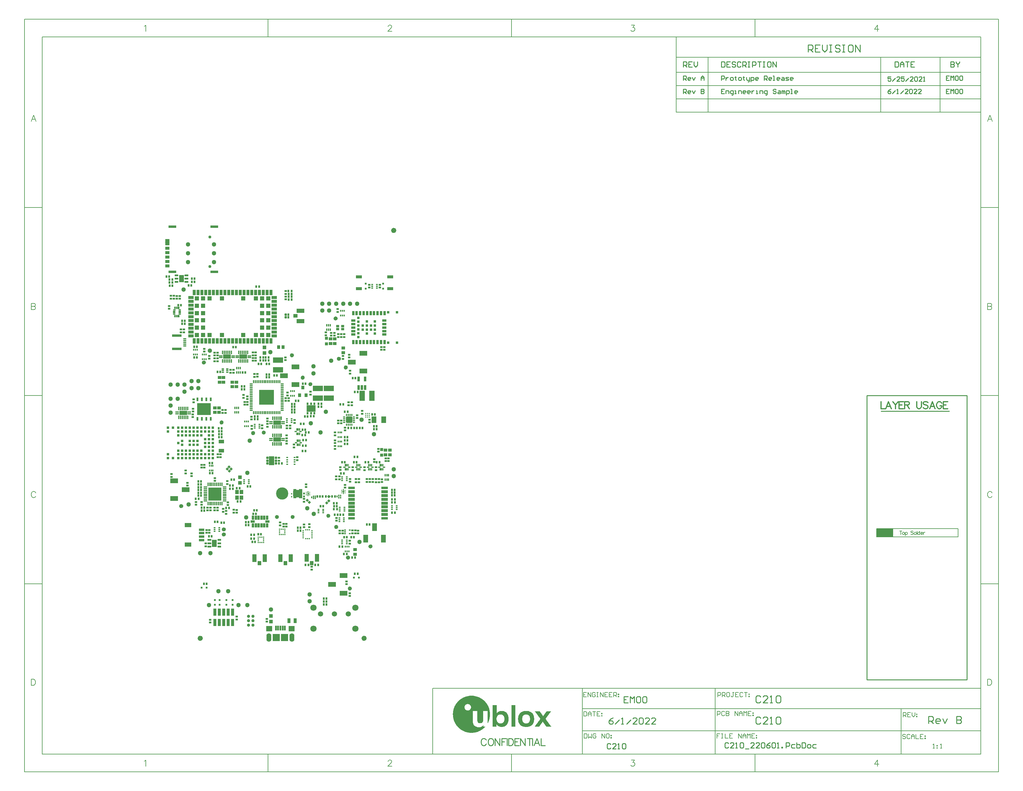
<source format=gts>
G04*
G04 #@! TF.GenerationSoftware,Altium Limited,Altium Designer,22.4.2 (48)*
G04*
G04 Layer_Color=8388736*
%FSLAX44Y44*%
%MOMM*%
G71*
G04*
G04 #@! TF.SameCoordinates,7F116A4F-7056-4AC6-B487-C54DEE731D19*
G04*
G04*
G04 #@! TF.FilePolarity,Negative*
G04*
G01*
G75*
%ADD10C,0.1270*%
%ADD11C,0.2000*%
%ADD13C,0.2540*%
%ADD25R,4.8260X2.4130*%
%ADD26C,0.2997*%
%ADD27C,0.1778*%
%ADD31R,0.4000X0.4000*%
%ADD88R,0.8000X0.8000*%
%ADD89R,0.8000X1.2500*%
%ADD120C,0.6096*%
%ADD121C,0.7500*%
%ADD122R,1.6500X1.1000*%
%ADD123R,1.1000X1.2000*%
%ADD124R,0.3200X0.6500*%
%ADD125R,0.6500X0.3200*%
%ADD126R,0.7500X0.3200*%
%ADD127R,0.5400X1.0800*%
%ADD128R,4.0000X3.4000*%
%ADD129R,1.7000X1.5000*%
%ADD130R,2.0000X2.0000*%
%ADD131R,0.5000X1.4500*%
%ADD132R,1.1500X1.1000*%
%ADD133R,2.3000X1.1500*%
%ADD134R,0.8900X0.5400*%
%ADD135R,1.4000X2.1000*%
%ADD136C,0.5400*%
%ADD137C,1.3000*%
%ADD138C,0.9000*%
%ADD139R,0.5500X0.4000*%
%ADD140R,0.6500X1.4000*%
%ADD141R,0.9000X1.0000*%
%ADD142C,0.3000*%
%ADD143R,0.4000X0.4600*%
%ADD144R,0.6000X0.5000*%
%ADD145R,1.9000X1.3000*%
%ADD146R,1.6500X0.7000*%
%ADD147R,0.4300X0.2500*%
%ADD148R,2.2000X0.8000*%
%ADD149R,1.2400X0.9000*%
%ADD150R,1.6000X0.9000*%
%ADD151R,0.9000X1.6000*%
%ADD152R,1.2000X1.2000*%
%ADD153R,0.6500X0.6200*%
%ADD154R,0.3800X1.0000*%
%ADD155R,1.0000X0.3800*%
%ADD156R,3.8000X3.8000*%
G04:AMPARAMS|DCode=157|XSize=0.7mm|YSize=0.34mm|CornerRadius=0.11mm|HoleSize=0mm|Usage=FLASHONLY|Rotation=90.000|XOffset=0mm|YOffset=0mm|HoleType=Round|Shape=RoundedRectangle|*
%AMROUNDEDRECTD157*
21,1,0.7000,0.1200,0,0,90.0*
21,1,0.4800,0.3400,0,0,90.0*
1,1,0.2200,0.0600,0.2400*
1,1,0.2200,0.0600,-0.2400*
1,1,0.2200,-0.0600,-0.2400*
1,1,0.2200,-0.0600,0.2400*
%
%ADD157ROUNDEDRECTD157*%
G04:AMPARAMS|DCode=158|XSize=0.7mm|YSize=0.34mm|CornerRadius=0.11mm|HoleSize=0mm|Usage=FLASHONLY|Rotation=0.000|XOffset=0mm|YOffset=0mm|HoleType=Round|Shape=RoundedRectangle|*
%AMROUNDEDRECTD158*
21,1,0.7000,0.1200,0,0,0.0*
21,1,0.4800,0.3400,0,0,0.0*
1,1,0.2200,0.2400,-0.0600*
1,1,0.2200,-0.2400,-0.0600*
1,1,0.2200,-0.2400,0.0600*
1,1,0.2200,0.2400,0.0600*
%
%ADD158ROUNDEDRECTD158*%
G04:AMPARAMS|DCode=159|XSize=1.78mm|YSize=1.78mm|CornerRadius=0.134mm|HoleSize=0mm|Usage=FLASHONLY|Rotation=180.000|XOffset=0mm|YOffset=0mm|HoleType=Round|Shape=RoundedRectangle|*
%AMROUNDEDRECTD159*
21,1,1.7800,1.5120,0,0,180.0*
21,1,1.5120,1.7800,0,0,180.0*
1,1,0.2680,-0.7560,0.7560*
1,1,0.2680,0.7560,0.7560*
1,1,0.2680,0.7560,-0.7560*
1,1,0.2680,-0.7560,-0.7560*
%
%ADD159ROUNDEDRECTD159*%
%ADD160R,0.3500X1.0000*%
%ADD161R,2.2500X1.2500*%
%ADD162R,1.0000X0.3500*%
%ADD163O,0.3800X0.9500*%
%ADD164O,0.9500X0.3800*%
%ADD165R,4.3500X4.3500*%
%ADD166R,0.3200X0.7000*%
%ADD167R,0.7000X0.3200*%
G04:AMPARAMS|DCode=168|XSize=0.4mm|YSize=0.475mm|CornerRadius=0.065mm|HoleSize=0mm|Usage=FLASHONLY|Rotation=0.000|XOffset=0mm|YOffset=0mm|HoleType=Round|Shape=RoundedRectangle|*
%AMROUNDEDRECTD168*
21,1,0.4000,0.3450,0,0,0.0*
21,1,0.2700,0.4750,0,0,0.0*
1,1,0.1300,0.1350,-0.1725*
1,1,0.1300,-0.1350,-0.1725*
1,1,0.1300,-0.1350,0.1725*
1,1,0.1300,0.1350,0.1725*
%
%ADD168ROUNDEDRECTD168*%
%ADD169R,0.7000X0.7000*%
%ADD170R,0.8000X0.8000*%
%ADD171R,1.2500X0.8000*%
%ADD172R,0.9532X0.8732*%
%ADD173R,0.5800X0.6000*%
%ADD174R,1.1532X0.6232*%
%ADD175R,0.9000X0.4000*%
%ADD176R,2.7000X0.7000*%
%ADD177R,1.9000X0.8000*%
%ADD178R,1.9000X0.9000*%
%ADD179R,1.0000X0.8500*%
%ADD180R,0.8500X1.0000*%
%ADD181R,0.4000X0.3750*%
%ADD182R,0.3750X0.4000*%
%ADD183R,0.3750X0.4000*%
%ADD184R,0.4000X0.4000*%
%ADD185R,0.4000X0.3750*%
%ADD186R,0.9000X0.9000*%
%ADD187R,0.9000X1.3500*%
%ADD188R,0.6200X0.5900*%
%ADD189R,0.6000X0.6500*%
%ADD190R,0.4500X0.3500*%
%ADD191R,0.3500X0.4500*%
G04:AMPARAMS|DCode=192|XSize=1.6mm|YSize=2.55mm|CornerRadius=0.125mm|HoleSize=0mm|Usage=FLASHONLY|Rotation=0.000|XOffset=0mm|YOffset=0mm|HoleType=Round|Shape=RoundedRectangle|*
%AMROUNDEDRECTD192*
21,1,1.6000,2.3000,0,0,0.0*
21,1,1.3500,2.5500,0,0,0.0*
1,1,0.2500,0.6750,-1.1500*
1,1,0.2500,-0.6750,-1.1500*
1,1,0.2500,-0.6750,1.1500*
1,1,0.2500,0.6750,1.1500*
%
%ADD192ROUNDEDRECTD192*%
G04:AMPARAMS|DCode=193|XSize=0.7mm|YSize=0.6mm|CornerRadius=0.075mm|HoleSize=0mm|Usage=FLASHONLY|Rotation=0.000|XOffset=0mm|YOffset=0mm|HoleType=Round|Shape=RoundedRectangle|*
%AMROUNDEDRECTD193*
21,1,0.7000,0.4500,0,0,0.0*
21,1,0.5500,0.6000,0,0,0.0*
1,1,0.1500,0.2750,-0.2250*
1,1,0.1500,-0.2750,-0.2250*
1,1,0.1500,-0.2750,0.2250*
1,1,0.1500,0.2750,0.2250*
%
%ADD193ROUNDEDRECTD193*%
%ADD194R,2.3000X1.3700*%
%ADD195R,1.3500X1.9000*%
%ADD196R,0.8600X2.1300*%
G04:AMPARAMS|DCode=197|XSize=0.4mm|YSize=0.65mm|CornerRadius=0.065mm|HoleSize=0mm|Usage=FLASHONLY|Rotation=90.000|XOffset=0mm|YOffset=0mm|HoleType=Round|Shape=RoundedRectangle|*
%AMROUNDEDRECTD197*
21,1,0.4000,0.5200,0,0,90.0*
21,1,0.2700,0.6500,0,0,90.0*
1,1,0.1300,0.2600,0.1350*
1,1,0.1300,0.2600,-0.1350*
1,1,0.1300,-0.2600,-0.1350*
1,1,0.1300,-0.2600,0.1350*
%
%ADD197ROUNDEDRECTD197*%
%ADD198R,0.5500X0.7000*%
G04:AMPARAMS|DCode=199|XSize=1.85mm|YSize=2.6mm|CornerRadius=0.0938mm|HoleSize=0mm|Usage=FLASHONLY|Rotation=270.000|XOffset=0mm|YOffset=0mm|HoleType=Round|Shape=RoundedRectangle|*
%AMROUNDEDRECTD199*
21,1,1.8500,2.4125,0,0,270.0*
21,1,1.6625,2.6000,0,0,270.0*
1,1,0.1875,-1.2063,-0.8313*
1,1,0.1875,-1.2063,0.8313*
1,1,0.1875,1.2063,0.8313*
1,1,0.1875,1.2063,-0.8313*
%
%ADD199ROUNDEDRECTD199*%
%ADD200R,0.6000X0.4500*%
%ADD201R,2.9000X1.5000*%
%ADD202R,0.6200X0.6500*%
%ADD203C,0.3450*%
%ADD204R,1.1000X1.0500*%
G04:AMPARAMS|DCode=205|XSize=0.322mm|YSize=0.322mm|CornerRadius=0.0485mm|HoleSize=0mm|Usage=FLASHONLY|Rotation=135.000|XOffset=0mm|YOffset=0mm|HoleType=Round|Shape=RoundedRectangle|*
%AMROUNDEDRECTD205*
21,1,0.3220,0.2250,0,0,135.0*
21,1,0.2250,0.3220,0,0,135.0*
1,1,0.0970,0.0000,0.1591*
1,1,0.0970,0.1591,0.0000*
1,1,0.0970,0.0000,-0.1591*
1,1,0.0970,-0.1591,0.0000*
%
%ADD205ROUNDEDRECTD205*%
%ADD206R,1.8000X0.9000*%
G04:AMPARAMS|DCode=207|XSize=1.245mm|YSize=0.65mm|CornerRadius=0.0775mm|HoleSize=0mm|Usage=FLASHONLY|Rotation=90.000|XOffset=0mm|YOffset=0mm|HoleType=Round|Shape=RoundedRectangle|*
%AMROUNDEDRECTD207*
21,1,1.2450,0.4950,0,0,90.0*
21,1,1.0900,0.6500,0,0,90.0*
1,1,0.1550,0.2475,0.5450*
1,1,0.1550,0.2475,-0.5450*
1,1,0.1550,-0.2475,-0.5450*
1,1,0.1550,-0.2475,0.5450*
%
%ADD207ROUNDEDRECTD207*%
G04:AMPARAMS|DCode=208|XSize=1.245mm|YSize=0.65mm|CornerRadius=0.0775mm|HoleSize=0mm|Usage=FLASHONLY|Rotation=180.000|XOffset=0mm|YOffset=0mm|HoleType=Round|Shape=RoundedRectangle|*
%AMROUNDEDRECTD208*
21,1,1.2450,0.4950,0,0,180.0*
21,1,1.0900,0.6500,0,0,180.0*
1,1,0.1550,-0.5450,0.2475*
1,1,0.1550,0.5450,0.2475*
1,1,0.1550,0.5450,-0.2475*
1,1,0.1550,-0.5450,-0.2475*
%
%ADD208ROUNDEDRECTD208*%
%ADD209R,1.5000X2.9000*%
%ADD210R,1.1000X1.1500*%
%ADD211R,1.1500X2.3000*%
G04:AMPARAMS|DCode=212|XSize=0.4mm|YSize=0.65mm|CornerRadius=0.065mm|HoleSize=0mm|Usage=FLASHONLY|Rotation=0.000|XOffset=0mm|YOffset=0mm|HoleType=Round|Shape=RoundedRectangle|*
%AMROUNDEDRECTD212*
21,1,0.4000,0.5200,0,0,0.0*
21,1,0.2700,0.6500,0,0,0.0*
1,1,0.1300,0.1350,-0.2600*
1,1,0.1300,-0.1350,-0.2600*
1,1,0.1300,-0.1350,0.2600*
1,1,0.1300,0.1350,0.2600*
%
%ADD212ROUNDEDRECTD212*%
%ADD213R,0.9500X0.7500*%
%ADD214R,0.4000X0.5500*%
%ADD215R,1.3700X2.3000*%
%ADD216R,0.6500X0.6000*%
G04:AMPARAMS|DCode=217|XSize=0.65mm|YSize=0.62mm|CornerRadius=0mm|HoleSize=0mm|Usage=FLASHONLY|Rotation=45.000|XOffset=0mm|YOffset=0mm|HoleType=Round|Shape=Rectangle|*
%AMROTATEDRECTD217*
4,1,4,-0.0106,-0.4490,-0.4490,-0.0106,0.0106,0.4490,0.4490,0.0106,-0.0106,-0.4490,0.0*
%
%ADD217ROTATEDRECTD217*%

G04:AMPARAMS|DCode=218|XSize=0.65mm|YSize=0.62mm|CornerRadius=0mm|HoleSize=0mm|Usage=FLASHONLY|Rotation=315.000|XOffset=0mm|YOffset=0mm|HoleType=Round|Shape=Rectangle|*
%AMROTATEDRECTD218*
4,1,4,-0.4490,0.0106,-0.0106,0.4490,0.4490,-0.0106,0.0106,-0.4490,-0.4490,0.0106,0.0*
%
%ADD218ROTATEDRECTD218*%

%ADD219R,0.5000X0.6000*%
%ADD220C,1.1000*%
%ADD221O,1.4000X2.4000*%
%ADD222C,0.1000*%
%ADD223C,0.8500*%
%ADD224C,1.5000*%
%ADD225C,1.8000*%
%ADD226C,3.5000*%
G36*
X16750Y1150500D02*
X4250D01*
Y1151250D01*
X16750D01*
Y1150500D01*
D02*
G37*
G36*
X517042Y438328D02*
X517542Y437828D01*
Y434078D01*
X517042Y433578D01*
Y428828D01*
X514542D01*
Y433578D01*
X513542Y434578D01*
X513042D01*
Y437079D01*
X513542D01*
X514542Y438078D01*
Y442828D01*
X517042D01*
Y438328D01*
D02*
G37*
G36*
X415605Y432078D02*
X416605Y431078D01*
X417105D01*
Y428578D01*
X416605D01*
X415605Y427578D01*
Y422828D01*
X413105D01*
Y427328D01*
X412605Y427828D01*
Y431578D01*
X413105Y432078D01*
Y436828D01*
X415605D01*
Y432078D01*
D02*
G37*
G36*
X477500Y423250D02*
Y420300D01*
X475213Y418013D01*
X472737D01*
X470500Y420250D01*
Y423250D01*
X472453Y425203D01*
X475547D01*
X477500Y423250D01*
D02*
G37*
G36*
X397700Y437621D02*
X397700Y437621D01*
Y429871D01*
Y422121D01*
X397700Y422121D01*
Y416371D01*
X388200D01*
Y421871D01*
X371700D01*
Y429871D01*
Y437871D01*
X388200D01*
Y443371D01*
X397700D01*
Y437621D01*
D02*
G37*
G36*
X1111121Y-194961D02*
X1110667D01*
Y-195414D01*
Y-195868D01*
X1110214D01*
Y-196322D01*
X1109760D01*
Y-196775D01*
X1109307D01*
Y-197229D01*
Y-197682D01*
X1108853D01*
Y-198136D01*
X1108400D01*
Y-198589D01*
Y-199043D01*
X1107946D01*
Y-199496D01*
X1107492D01*
Y-199950D01*
X1107039D01*
Y-200404D01*
Y-200857D01*
X1106585D01*
Y-201311D01*
X1106132D01*
Y-201764D01*
X1105678D01*
Y-202218D01*
Y-202671D01*
X1105225D01*
Y-203125D01*
X1104771D01*
Y-203578D01*
X1104317D01*
Y-204032D01*
Y-204486D01*
X1103864D01*
Y-204939D01*
X1103410D01*
Y-205393D01*
Y-205846D01*
X1102957D01*
Y-206300D01*
X1102503D01*
Y-206753D01*
X1102050D01*
Y-207207D01*
Y-207661D01*
X1101596D01*
Y-208114D01*
X1101143D01*
Y-208568D01*
X1100689D01*
Y-209021D01*
Y-209475D01*
X1100236D01*
Y-209928D01*
X1099782D01*
Y-210382D01*
Y-210835D01*
X1099328D01*
Y-211289D01*
X1098875D01*
Y-211742D01*
X1098421D01*
Y-212196D01*
Y-212650D01*
X1097968D01*
Y-213103D01*
X1097514D01*
Y-213557D01*
X1097061D01*
Y-214010D01*
Y-214464D01*
X1096607D01*
Y-214917D01*
X1096153D01*
Y-215371D01*
X1095700D01*
Y-215825D01*
Y-216278D01*
Y-216732D01*
X1096153D01*
Y-217185D01*
Y-217639D01*
X1096607D01*
Y-218092D01*
X1097061D01*
Y-218546D01*
X1097514D01*
Y-218999D01*
Y-219453D01*
X1097968D01*
Y-219907D01*
X1098421D01*
Y-220360D01*
X1098875D01*
Y-220814D01*
Y-221267D01*
X1099328D01*
Y-221721D01*
X1099782D01*
Y-222174D01*
Y-222628D01*
X1100236D01*
Y-223081D01*
X1100689D01*
Y-223535D01*
X1101143D01*
Y-223988D01*
Y-224442D01*
X1101596D01*
Y-224896D01*
X1102050D01*
Y-225349D01*
X1102503D01*
Y-225803D01*
Y-226256D01*
X1102957D01*
Y-226710D01*
X1103410D01*
Y-227163D01*
X1103864D01*
Y-227617D01*
Y-228071D01*
X1104317D01*
Y-228524D01*
X1104771D01*
Y-228978D01*
X1105225D01*
Y-229431D01*
Y-229885D01*
X1105678D01*
Y-230338D01*
X1106132D01*
Y-230792D01*
X1106585D01*
Y-231245D01*
Y-231699D01*
X1107039D01*
Y-232153D01*
X1107492D01*
Y-232606D01*
X1107946D01*
Y-233060D01*
Y-233513D01*
X1108400D01*
Y-233967D01*
X1108853D01*
Y-234420D01*
Y-234874D01*
X1109307D01*
Y-235327D01*
X1109760D01*
Y-235781D01*
X1110214D01*
Y-236234D01*
Y-236688D01*
X1110667D01*
Y-237142D01*
X1111121D01*
Y-237595D01*
X1111574D01*
Y-238049D01*
X1112028D01*
Y-238502D01*
X1097514D01*
Y-238049D01*
Y-237595D01*
X1097061D01*
Y-237142D01*
X1096607D01*
Y-236688D01*
X1096153D01*
Y-236234D01*
Y-235781D01*
X1095700D01*
Y-235327D01*
X1095246D01*
Y-234874D01*
X1094793D01*
Y-234420D01*
Y-233967D01*
X1094339D01*
Y-233513D01*
X1093886D01*
Y-233060D01*
Y-232606D01*
X1093432D01*
Y-232153D01*
X1092979D01*
Y-231699D01*
X1092525D01*
Y-231245D01*
Y-230792D01*
X1092072D01*
Y-230338D01*
X1091618D01*
Y-229885D01*
X1091164D01*
Y-229431D01*
Y-228978D01*
X1090711D01*
Y-228524D01*
X1090257D01*
Y-228071D01*
Y-227617D01*
X1089804D01*
Y-227163D01*
X1089350D01*
Y-226710D01*
X1088897D01*
Y-226256D01*
Y-225803D01*
X1088443D01*
Y-225349D01*
X1087990D01*
Y-224896D01*
X1087536D01*
Y-224442D01*
X1087082D01*
Y-224896D01*
Y-225349D01*
X1086629D01*
Y-225803D01*
X1086175D01*
Y-226256D01*
X1085722D01*
Y-226710D01*
Y-227163D01*
X1085268D01*
Y-227617D01*
X1084815D01*
Y-228071D01*
Y-228524D01*
X1084361D01*
Y-228978D01*
X1083907D01*
Y-229431D01*
X1083454D01*
Y-229885D01*
Y-230338D01*
X1083000D01*
Y-230792D01*
X1082547D01*
Y-231245D01*
Y-231699D01*
X1082093D01*
Y-232153D01*
X1081640D01*
Y-232606D01*
X1081186D01*
Y-233060D01*
Y-233513D01*
X1080733D01*
Y-233967D01*
X1080279D01*
Y-234420D01*
Y-234874D01*
X1079826D01*
Y-235327D01*
X1079372D01*
Y-235781D01*
X1078918D01*
Y-236234D01*
Y-236688D01*
X1078465D01*
Y-237142D01*
X1078011D01*
Y-237595D01*
Y-238049D01*
X1077558D01*
Y-238502D01*
X1064405D01*
Y-238049D01*
X1064858D01*
Y-237595D01*
X1065312D01*
Y-237142D01*
Y-236688D01*
X1065765D01*
Y-236234D01*
X1066219D01*
Y-235781D01*
X1066672D01*
Y-235327D01*
Y-234874D01*
X1067126D01*
Y-234420D01*
X1067579D01*
Y-233967D01*
Y-233513D01*
X1068033D01*
Y-233060D01*
X1068487D01*
Y-232606D01*
X1068940D01*
Y-232153D01*
X1069394D01*
Y-231699D01*
Y-231245D01*
X1069847D01*
Y-230792D01*
X1070301D01*
Y-230338D01*
Y-229885D01*
X1070754D01*
Y-229431D01*
X1071208D01*
Y-228978D01*
X1071662D01*
Y-228524D01*
Y-228071D01*
X1072115D01*
Y-227617D01*
X1072569D01*
Y-227163D01*
X1073022D01*
Y-226710D01*
Y-226256D01*
X1073476D01*
Y-225803D01*
X1073929D01*
Y-225349D01*
X1074383D01*
Y-224896D01*
Y-224442D01*
X1074836D01*
Y-223988D01*
X1075290D01*
Y-223535D01*
X1075743D01*
Y-223081D01*
Y-222628D01*
X1076197D01*
Y-222174D01*
X1076651D01*
Y-221721D01*
X1077104D01*
Y-221267D01*
Y-220814D01*
X1077558D01*
Y-220360D01*
X1078011D01*
Y-219907D01*
X1078465D01*
Y-219453D01*
Y-218999D01*
X1078918D01*
Y-218546D01*
X1079372D01*
Y-218092D01*
Y-217639D01*
X1079826D01*
Y-217185D01*
X1080279D01*
Y-216732D01*
X1080733D01*
Y-216278D01*
Y-215825D01*
X1080279D01*
Y-215371D01*
X1079826D01*
Y-214917D01*
X1079372D01*
Y-214464D01*
Y-214010D01*
X1078918D01*
Y-213557D01*
X1078465D01*
Y-213103D01*
X1078011D01*
Y-212650D01*
Y-212196D01*
X1077558D01*
Y-211742D01*
X1077104D01*
Y-211289D01*
Y-210835D01*
X1076651D01*
Y-210382D01*
X1076197D01*
Y-209928D01*
X1075743D01*
Y-209475D01*
Y-209021D01*
X1075290D01*
Y-208568D01*
X1074836D01*
Y-208114D01*
X1074383D01*
Y-207661D01*
Y-207207D01*
X1073929D01*
Y-206753D01*
X1073476D01*
Y-206300D01*
Y-205846D01*
X1073022D01*
Y-205393D01*
X1072569D01*
Y-204939D01*
X1072115D01*
Y-204486D01*
Y-204032D01*
X1071662D01*
Y-203578D01*
X1071208D01*
Y-203125D01*
X1070754D01*
Y-202671D01*
Y-202218D01*
X1070301D01*
Y-201764D01*
X1069847D01*
Y-201311D01*
Y-200857D01*
X1069394D01*
Y-200404D01*
X1068940D01*
Y-199950D01*
X1068487D01*
Y-199496D01*
Y-199043D01*
X1068033D01*
Y-198589D01*
X1067579D01*
Y-198136D01*
X1067126D01*
Y-197682D01*
Y-197229D01*
X1066672D01*
Y-196775D01*
X1066219D01*
Y-196322D01*
Y-195868D01*
X1065765D01*
Y-195414D01*
X1065312D01*
Y-194961D01*
X1064858D01*
Y-194507D01*
X1078918D01*
Y-194961D01*
X1079372D01*
Y-195414D01*
X1079826D01*
Y-195868D01*
Y-196322D01*
X1080279D01*
Y-196775D01*
X1080733D01*
Y-197229D01*
X1081186D01*
Y-197682D01*
Y-198136D01*
X1081640D01*
Y-198589D01*
X1082093D01*
Y-199043D01*
Y-199496D01*
X1082547D01*
Y-199950D01*
X1083000D01*
Y-200404D01*
Y-200857D01*
X1083454D01*
Y-201311D01*
X1083907D01*
Y-201764D01*
X1084361D01*
Y-202218D01*
Y-202671D01*
X1084815D01*
Y-203125D01*
X1085268D01*
Y-203578D01*
Y-204032D01*
X1085722D01*
Y-204486D01*
X1086175D01*
Y-204939D01*
X1086629D01*
Y-205393D01*
Y-205846D01*
X1087082D01*
Y-206300D01*
X1087536D01*
Y-206753D01*
Y-207207D01*
X1087990D01*
Y-207661D01*
X1088443D01*
Y-208114D01*
X1088897D01*
Y-207661D01*
X1089350D01*
Y-207207D01*
Y-206753D01*
X1089804D01*
Y-206300D01*
X1090257D01*
Y-205846D01*
X1090711D01*
Y-205393D01*
Y-204939D01*
X1091164D01*
Y-204486D01*
X1091618D01*
Y-204032D01*
Y-203578D01*
X1092072D01*
Y-203125D01*
X1092525D01*
Y-202671D01*
X1092979D01*
Y-202218D01*
Y-201764D01*
X1093432D01*
Y-201311D01*
X1093886D01*
Y-200857D01*
Y-200404D01*
X1094339D01*
Y-199950D01*
X1094793D01*
Y-199496D01*
X1095246D01*
Y-199043D01*
Y-198589D01*
X1095700D01*
Y-198136D01*
X1096153D01*
Y-197682D01*
Y-197229D01*
X1096607D01*
Y-196775D01*
X1097061D01*
Y-196322D01*
X1097514D01*
Y-195868D01*
Y-195414D01*
X1097968D01*
Y-194961D01*
X1098421D01*
Y-194507D01*
X1111121D01*
Y-194961D01*
D02*
G37*
G36*
X885250Y-150059D02*
X889786D01*
Y-150512D01*
X892507D01*
Y-150966D01*
X894775D01*
Y-151419D01*
X896589D01*
Y-151873D01*
X898403D01*
Y-152327D01*
X899764D01*
Y-152780D01*
X901124D01*
Y-153234D01*
X902485D01*
Y-153687D01*
X903392D01*
Y-154141D01*
X904753D01*
Y-154594D01*
X905660D01*
Y-155048D01*
X906567D01*
Y-155501D01*
X907474D01*
Y-155955D01*
X908381D01*
Y-156409D01*
X909288D01*
Y-156862D01*
X909742D01*
Y-157316D01*
X910649D01*
Y-157769D01*
X911556D01*
Y-158223D01*
X912010D01*
Y-158676D01*
X912917D01*
Y-159130D01*
X913371D01*
Y-159584D01*
X914278D01*
Y-160037D01*
X914731D01*
Y-160491D01*
X915185D01*
Y-160944D01*
X916092D01*
Y-161398D01*
X916545D01*
Y-161851D01*
X916999D01*
Y-162305D01*
X917452D01*
Y-162758D01*
X918360D01*
Y-163212D01*
X918813D01*
Y-163666D01*
X919267D01*
Y-164119D01*
X919720D01*
Y-164573D01*
X920174D01*
Y-165026D01*
X920627D01*
Y-165480D01*
X921081D01*
Y-165933D01*
X921535D01*
Y-166387D01*
X921988D01*
Y-166840D01*
X922442D01*
Y-167294D01*
X922895D01*
Y-167747D01*
X923349D01*
Y-168201D01*
Y-168655D01*
X923802D01*
Y-169108D01*
X924256D01*
Y-169562D01*
X924709D01*
Y-170015D01*
X925163D01*
Y-170469D01*
Y-170922D01*
X925617D01*
Y-171376D01*
X926070D01*
Y-171830D01*
X926524D01*
Y-172283D01*
Y-172737D01*
X926977D01*
Y-173190D01*
X927431D01*
Y-173644D01*
Y-174097D01*
X927884D01*
Y-174551D01*
X928338D01*
Y-175004D01*
Y-175458D01*
X928791D01*
Y-175912D01*
X929245D01*
Y-176365D01*
Y-176819D01*
X929698D01*
Y-177272D01*
Y-177726D01*
X930152D01*
Y-178179D01*
Y-178633D01*
X930606D01*
Y-179086D01*
Y-179540D01*
X931059D01*
Y-179993D01*
Y-180447D01*
X931513D01*
Y-180901D01*
Y-181354D01*
X931966D01*
Y-181808D01*
Y-182261D01*
X932420D01*
Y-182715D01*
Y-183168D01*
Y-183622D01*
X932873D01*
Y-184076D01*
Y-184529D01*
X933327D01*
Y-184983D01*
Y-185436D01*
Y-185890D01*
X933781D01*
Y-186343D01*
Y-186797D01*
Y-187250D01*
X934234D01*
Y-187704D01*
Y-188158D01*
Y-188611D01*
Y-189065D01*
X934688D01*
Y-189518D01*
Y-189972D01*
Y-190425D01*
Y-190879D01*
X935141D01*
Y-191332D01*
Y-191786D01*
Y-192240D01*
Y-192693D01*
X935595D01*
Y-193147D01*
Y-193600D01*
Y-194054D01*
Y-194507D01*
Y-194961D01*
Y-195414D01*
Y-195868D01*
X936048D01*
Y-196322D01*
Y-196775D01*
Y-197229D01*
Y-197682D01*
Y-198136D01*
Y-198589D01*
Y-199043D01*
Y-199496D01*
Y-199950D01*
Y-200404D01*
Y-200857D01*
X936502D01*
Y-201311D01*
Y-201764D01*
Y-202218D01*
Y-202671D01*
Y-203125D01*
Y-203578D01*
Y-204032D01*
Y-204486D01*
Y-204939D01*
Y-205393D01*
X936048D01*
Y-205846D01*
Y-206300D01*
Y-206753D01*
Y-207207D01*
Y-207661D01*
Y-208114D01*
Y-208568D01*
Y-209021D01*
Y-209475D01*
Y-209928D01*
Y-210382D01*
X935595D01*
Y-210835D01*
Y-211289D01*
Y-211742D01*
Y-212196D01*
Y-212650D01*
Y-213103D01*
X935141D01*
Y-213557D01*
Y-214010D01*
Y-214464D01*
Y-214917D01*
Y-215371D01*
X934688D01*
Y-215825D01*
Y-216278D01*
Y-216732D01*
Y-217185D01*
X934234D01*
Y-217639D01*
Y-218092D01*
Y-218546D01*
Y-218999D01*
X933781D01*
Y-219453D01*
Y-219907D01*
Y-220360D01*
X933327D01*
Y-220814D01*
Y-221267D01*
X932873D01*
Y-221721D01*
Y-222174D01*
Y-222628D01*
X932420D01*
Y-223081D01*
Y-223535D01*
X931966D01*
Y-223988D01*
Y-224442D01*
Y-224896D01*
X931513D01*
Y-225349D01*
Y-225803D01*
X931059D01*
Y-226256D01*
Y-226710D01*
X930606D01*
Y-227163D01*
Y-227617D01*
X930152D01*
Y-228071D01*
Y-228524D01*
X929698D01*
Y-228071D01*
Y-227617D01*
Y-227163D01*
Y-226710D01*
Y-226256D01*
Y-225803D01*
Y-225349D01*
Y-224896D01*
Y-224442D01*
Y-223988D01*
Y-223535D01*
Y-223081D01*
Y-222628D01*
Y-222174D01*
Y-221721D01*
Y-221267D01*
Y-220814D01*
Y-220360D01*
Y-219907D01*
Y-219453D01*
Y-218999D01*
Y-218546D01*
Y-218092D01*
Y-217639D01*
Y-217185D01*
Y-216732D01*
Y-216278D01*
Y-215825D01*
Y-215371D01*
Y-214917D01*
Y-214464D01*
Y-214010D01*
Y-213557D01*
Y-213103D01*
Y-212650D01*
Y-212196D01*
Y-211742D01*
Y-211289D01*
Y-210835D01*
Y-210382D01*
Y-209928D01*
Y-209475D01*
Y-209021D01*
Y-208568D01*
Y-208114D01*
Y-207661D01*
Y-207207D01*
Y-206753D01*
Y-206300D01*
Y-205846D01*
Y-205393D01*
Y-204939D01*
Y-204486D01*
Y-204032D01*
Y-203578D01*
Y-203125D01*
Y-202671D01*
Y-202218D01*
Y-201764D01*
Y-201311D01*
Y-200857D01*
Y-200404D01*
Y-199950D01*
Y-199496D01*
Y-199043D01*
Y-198589D01*
Y-198136D01*
Y-197682D01*
Y-197229D01*
Y-196775D01*
Y-196322D01*
Y-195868D01*
Y-195414D01*
Y-194961D01*
Y-194507D01*
Y-194054D01*
X916999D01*
Y-194507D01*
Y-194961D01*
Y-195414D01*
Y-195868D01*
Y-196322D01*
Y-196775D01*
Y-197229D01*
Y-197682D01*
Y-198136D01*
Y-198589D01*
Y-199043D01*
Y-199496D01*
Y-199950D01*
Y-200404D01*
Y-200857D01*
Y-201311D01*
Y-201764D01*
Y-202218D01*
Y-202671D01*
Y-203125D01*
Y-203578D01*
Y-204032D01*
Y-204486D01*
Y-204939D01*
Y-205393D01*
Y-205846D01*
Y-206300D01*
Y-206753D01*
Y-207207D01*
Y-207661D01*
Y-208114D01*
Y-208568D01*
Y-209021D01*
Y-209475D01*
Y-209928D01*
Y-210382D01*
Y-210835D01*
Y-211289D01*
Y-211742D01*
Y-212196D01*
Y-212650D01*
Y-213103D01*
Y-213557D01*
Y-214010D01*
Y-214464D01*
Y-214917D01*
Y-215371D01*
Y-215825D01*
Y-216278D01*
Y-216732D01*
Y-217185D01*
Y-217639D01*
Y-218092D01*
Y-218546D01*
Y-218999D01*
Y-219453D01*
Y-219907D01*
Y-220360D01*
Y-220814D01*
Y-221267D01*
Y-221721D01*
X916545D01*
Y-222174D01*
Y-222628D01*
Y-223081D01*
Y-223535D01*
X916092D01*
Y-223988D01*
Y-224442D01*
X915638D01*
Y-224896D01*
Y-225349D01*
X915185D01*
Y-225803D01*
X914731D01*
Y-226256D01*
X914278D01*
Y-226710D01*
X913824D01*
Y-227163D01*
X913371D01*
Y-227617D01*
X912463D01*
Y-228071D01*
X911103D01*
Y-228524D01*
X904753D01*
Y-228071D01*
X903392D01*
Y-227617D01*
X902485D01*
Y-227163D01*
X902032D01*
Y-226710D01*
X901578D01*
Y-226256D01*
X901124D01*
Y-225803D01*
Y-225349D01*
X900671D01*
Y-224896D01*
Y-224442D01*
X900217D01*
Y-223988D01*
Y-223535D01*
Y-223081D01*
Y-222628D01*
X899764D01*
Y-222174D01*
Y-221721D01*
Y-221267D01*
Y-220814D01*
Y-220360D01*
Y-219907D01*
Y-219453D01*
Y-218999D01*
Y-218546D01*
Y-218092D01*
Y-217639D01*
Y-217185D01*
Y-216732D01*
Y-216278D01*
Y-215825D01*
Y-215371D01*
Y-214917D01*
Y-214464D01*
Y-214010D01*
Y-213557D01*
Y-213103D01*
Y-212650D01*
Y-212196D01*
Y-211742D01*
Y-211289D01*
Y-210835D01*
Y-210382D01*
Y-209928D01*
Y-209475D01*
Y-209021D01*
Y-208568D01*
Y-208114D01*
Y-207661D01*
Y-207207D01*
Y-206753D01*
Y-206300D01*
Y-205846D01*
Y-205393D01*
Y-204939D01*
Y-204486D01*
Y-204032D01*
Y-203578D01*
Y-203125D01*
Y-202671D01*
Y-202218D01*
Y-201764D01*
Y-201311D01*
Y-200857D01*
Y-200404D01*
Y-199950D01*
Y-199496D01*
Y-199043D01*
Y-198589D01*
Y-198136D01*
Y-197682D01*
Y-197229D01*
Y-196775D01*
Y-196322D01*
Y-195868D01*
Y-195414D01*
Y-194961D01*
Y-194507D01*
Y-194054D01*
X887064D01*
Y-194507D01*
Y-194961D01*
Y-195414D01*
Y-195868D01*
Y-196322D01*
Y-196775D01*
Y-197229D01*
Y-197682D01*
Y-198136D01*
Y-198589D01*
Y-199043D01*
Y-199496D01*
Y-199950D01*
Y-200404D01*
Y-200857D01*
Y-201311D01*
Y-201764D01*
Y-202218D01*
Y-202671D01*
Y-203125D01*
Y-203578D01*
Y-204032D01*
Y-204486D01*
Y-204939D01*
Y-205393D01*
Y-205846D01*
Y-206300D01*
Y-206753D01*
Y-207207D01*
Y-207661D01*
Y-208114D01*
Y-208568D01*
Y-209021D01*
Y-209475D01*
Y-209928D01*
Y-210382D01*
Y-210835D01*
Y-211289D01*
Y-211742D01*
Y-212196D01*
Y-212650D01*
Y-213103D01*
Y-213557D01*
Y-214010D01*
Y-214464D01*
Y-214917D01*
Y-215371D01*
Y-215825D01*
Y-216278D01*
Y-216732D01*
Y-217185D01*
Y-217639D01*
Y-218092D01*
Y-218546D01*
Y-218999D01*
Y-219453D01*
Y-219907D01*
Y-220360D01*
Y-220814D01*
Y-221267D01*
Y-221721D01*
Y-222174D01*
Y-222628D01*
Y-223081D01*
Y-223535D01*
Y-223988D01*
Y-224442D01*
Y-224896D01*
Y-225349D01*
Y-225803D01*
Y-226256D01*
Y-226710D01*
Y-227163D01*
X887518D01*
Y-227617D01*
Y-228071D01*
Y-228524D01*
Y-228978D01*
X887971D01*
Y-229431D01*
Y-229885D01*
Y-230338D01*
X888425D01*
Y-230792D01*
Y-231245D01*
Y-231699D01*
X888878D01*
Y-232153D01*
Y-232606D01*
X889332D01*
Y-233060D01*
X889786D01*
Y-233513D01*
Y-233967D01*
X890239D01*
Y-234420D01*
X890693D01*
Y-234874D01*
X891146D01*
Y-235327D01*
X891600D01*
Y-235781D01*
X892053D01*
Y-236234D01*
X892507D01*
Y-236688D01*
X893414D01*
Y-237142D01*
X893868D01*
Y-237595D01*
X894775D01*
Y-238049D01*
X895682D01*
Y-238502D01*
X896589D01*
Y-238956D01*
X897950D01*
Y-239409D01*
X899764D01*
Y-239863D01*
X908835D01*
Y-239409D01*
X910649D01*
Y-238956D01*
X911556D01*
Y-238502D01*
X912917D01*
Y-238049D01*
X913371D01*
Y-237595D01*
X914278D01*
Y-237142D01*
X914731D01*
Y-236688D01*
X915185D01*
Y-236234D01*
X916092D01*
Y-235781D01*
X916545D01*
Y-235327D01*
X916999D01*
Y-234874D01*
Y-234420D01*
X917452D01*
Y-234874D01*
Y-235327D01*
Y-235781D01*
Y-236234D01*
Y-236688D01*
Y-237142D01*
Y-237595D01*
Y-238049D01*
Y-238502D01*
Y-238956D01*
X922442D01*
Y-239409D01*
X921988D01*
Y-239863D01*
X921535D01*
Y-240317D01*
X921081D01*
Y-240770D01*
X920627D01*
Y-241224D01*
X920174D01*
Y-241677D01*
X919720D01*
Y-242131D01*
X919267D01*
Y-242584D01*
X918813D01*
Y-243038D01*
X917906D01*
Y-243491D01*
X917452D01*
Y-243945D01*
X916999D01*
Y-244398D01*
X916545D01*
Y-244852D01*
X915638D01*
Y-245306D01*
X915185D01*
Y-245759D01*
X914731D01*
Y-246213D01*
X913824D01*
Y-246666D01*
X913371D01*
Y-247120D01*
X912463D01*
Y-247573D01*
X912010D01*
Y-248027D01*
X911103D01*
Y-248480D01*
X910649D01*
Y-248934D01*
X909742D01*
Y-249388D01*
X908835D01*
Y-249841D01*
X907928D01*
Y-250295D01*
X907474D01*
Y-250748D01*
X906567D01*
Y-251202D01*
X905206D01*
Y-251655D01*
X904299D01*
Y-252109D01*
X903392D01*
Y-252563D01*
X902032D01*
Y-253016D01*
X901124D01*
Y-253470D01*
X899764D01*
Y-253923D01*
X897950D01*
Y-254377D01*
X896589D01*
Y-254830D01*
X894775D01*
Y-255284D01*
X892053D01*
Y-255737D01*
X888878D01*
Y-256191D01*
X877086D01*
Y-255737D01*
X873911D01*
Y-255284D01*
X871643D01*
Y-254830D01*
X869829D01*
Y-254377D01*
X868015D01*
Y-253923D01*
X866654D01*
Y-253470D01*
X865294D01*
Y-253016D01*
X863933D01*
Y-252563D01*
X863026D01*
Y-252109D01*
X861665D01*
Y-251655D01*
X860758D01*
Y-251202D01*
X859851D01*
Y-250748D01*
X858944D01*
Y-250295D01*
X858037D01*
Y-249841D01*
X857130D01*
Y-249388D01*
X856222D01*
Y-248934D01*
X855769D01*
Y-248480D01*
X854862D01*
Y-248027D01*
X853955D01*
Y-247573D01*
X853501D01*
Y-247120D01*
X852594D01*
Y-246666D01*
X852140D01*
Y-246213D01*
X851687D01*
Y-245759D01*
X850780D01*
Y-245306D01*
X850326D01*
Y-244852D01*
X849873D01*
Y-244398D01*
X848966D01*
Y-243945D01*
X848512D01*
Y-243491D01*
X848058D01*
Y-243038D01*
X847605D01*
Y-242584D01*
X847151D01*
Y-242131D01*
X846698D01*
Y-241677D01*
X846244D01*
Y-241224D01*
X845791D01*
Y-240770D01*
X845337D01*
Y-240317D01*
X844883D01*
Y-239863D01*
X844430D01*
Y-239409D01*
X843976D01*
Y-238956D01*
X843523D01*
Y-238502D01*
X843069D01*
Y-238049D01*
X842616D01*
Y-237595D01*
X842162D01*
Y-237142D01*
X841709D01*
Y-236688D01*
Y-236234D01*
X841255D01*
Y-235781D01*
X840801D01*
Y-235327D01*
X840348D01*
Y-234874D01*
X839894D01*
Y-234420D01*
Y-233967D01*
X839441D01*
Y-233513D01*
X838987D01*
Y-233060D01*
Y-232606D01*
X838534D01*
Y-232153D01*
X838080D01*
Y-231699D01*
Y-231245D01*
X837627D01*
Y-230792D01*
X837173D01*
Y-230338D01*
Y-229885D01*
X836720D01*
Y-229431D01*
Y-228978D01*
X836266D01*
Y-228524D01*
Y-228071D01*
X835812D01*
Y-227617D01*
Y-227163D01*
X835359D01*
Y-226710D01*
Y-226256D01*
X834905D01*
Y-225803D01*
Y-225349D01*
X834452D01*
Y-224896D01*
Y-224442D01*
X833998D01*
Y-223988D01*
Y-223535D01*
X833545D01*
Y-223081D01*
Y-222628D01*
Y-222174D01*
X833091D01*
Y-221721D01*
Y-221267D01*
Y-220814D01*
X832637D01*
Y-220360D01*
Y-219907D01*
X832184D01*
Y-219453D01*
Y-218999D01*
Y-218546D01*
Y-218092D01*
X831730D01*
Y-217639D01*
Y-217185D01*
Y-216732D01*
X831277D01*
Y-216278D01*
Y-215825D01*
Y-215371D01*
Y-214917D01*
X830823D01*
Y-214464D01*
Y-214010D01*
Y-213557D01*
Y-213103D01*
Y-212650D01*
X830370D01*
Y-212196D01*
Y-211742D01*
Y-211289D01*
Y-210835D01*
Y-210382D01*
Y-209928D01*
Y-209475D01*
X829916D01*
Y-209021D01*
Y-208568D01*
Y-208114D01*
Y-207661D01*
Y-207207D01*
Y-206753D01*
Y-206300D01*
Y-205846D01*
Y-205393D01*
Y-204939D01*
X829463D01*
Y-204486D01*
Y-204032D01*
Y-203578D01*
Y-203125D01*
Y-202671D01*
Y-202218D01*
Y-201764D01*
Y-201311D01*
Y-200857D01*
X829916D01*
Y-200404D01*
Y-199950D01*
Y-199496D01*
Y-199043D01*
Y-198589D01*
Y-198136D01*
Y-197682D01*
Y-197229D01*
Y-196775D01*
X830370D01*
Y-196322D01*
Y-195868D01*
Y-195414D01*
Y-194961D01*
Y-194507D01*
Y-194054D01*
Y-193600D01*
X830823D01*
Y-193147D01*
Y-192693D01*
Y-192240D01*
Y-191786D01*
Y-191332D01*
X831277D01*
Y-190879D01*
Y-190425D01*
Y-189972D01*
Y-189518D01*
X831730D01*
Y-189065D01*
Y-188611D01*
Y-188158D01*
Y-187704D01*
X832184D01*
Y-187250D01*
Y-186797D01*
Y-186343D01*
X832637D01*
Y-185890D01*
Y-185436D01*
Y-184983D01*
X833091D01*
Y-184529D01*
Y-184076D01*
X833545D01*
Y-183622D01*
Y-183168D01*
Y-182715D01*
X833998D01*
Y-182261D01*
Y-181808D01*
X834452D01*
Y-181354D01*
Y-180901D01*
Y-180447D01*
X834905D01*
Y-179993D01*
Y-179540D01*
X835359D01*
Y-179086D01*
Y-178633D01*
X835812D01*
Y-178179D01*
Y-177726D01*
X836266D01*
Y-177272D01*
X836720D01*
Y-176819D01*
Y-176365D01*
X837173D01*
Y-175912D01*
Y-175458D01*
X837627D01*
Y-175004D01*
X838080D01*
Y-174551D01*
Y-174097D01*
X838534D01*
Y-173644D01*
X838987D01*
Y-173190D01*
Y-172737D01*
X839441D01*
Y-172283D01*
X839894D01*
Y-171830D01*
Y-171376D01*
X840348D01*
Y-170922D01*
X840801D01*
Y-170469D01*
X841255D01*
Y-170015D01*
Y-169562D01*
X841709D01*
Y-169108D01*
X842162D01*
Y-168655D01*
X842616D01*
Y-168201D01*
X843069D01*
Y-167747D01*
X843523D01*
Y-167294D01*
X843976D01*
Y-166840D01*
X844430D01*
Y-166387D01*
Y-165933D01*
X844883D01*
Y-165480D01*
X845337D01*
Y-165026D01*
X845791D01*
Y-164573D01*
X846698D01*
Y-164119D01*
X847151D01*
Y-163666D01*
X847605D01*
Y-163212D01*
X848058D01*
Y-162758D01*
X848512D01*
Y-162305D01*
X848966D01*
Y-161851D01*
X849419D01*
Y-161398D01*
X850326D01*
Y-160944D01*
X850780D01*
Y-160491D01*
X851233D01*
Y-160037D01*
X852140D01*
Y-159584D01*
X852594D01*
Y-159130D01*
X853501D01*
Y-158676D01*
X853955D01*
Y-158223D01*
X854862D01*
Y-157769D01*
X855315D01*
Y-157316D01*
X856222D01*
Y-156862D01*
X857130D01*
Y-156409D01*
X857583D01*
Y-155955D01*
X858944D01*
Y-155501D01*
X859851D01*
Y-155048D01*
X860758D01*
Y-154594D01*
X861665D01*
Y-154141D01*
X862572D01*
Y-153687D01*
X863933D01*
Y-153234D01*
X864840D01*
Y-152780D01*
X866201D01*
Y-152327D01*
X867561D01*
Y-151873D01*
X869376D01*
Y-151419D01*
X871190D01*
Y-150966D01*
X873457D01*
Y-150512D01*
X876632D01*
Y-150059D01*
X881168D01*
Y-149605D01*
X885250D01*
Y-150059D01*
D02*
G37*
G36*
X1009071Y-177272D02*
Y-177726D01*
Y-178179D01*
Y-178633D01*
Y-179086D01*
Y-179540D01*
Y-179993D01*
Y-180447D01*
Y-180901D01*
Y-181354D01*
Y-181808D01*
Y-182261D01*
Y-182715D01*
Y-183168D01*
Y-183622D01*
Y-184076D01*
Y-184529D01*
Y-184983D01*
Y-185436D01*
Y-185890D01*
Y-186343D01*
Y-186797D01*
Y-187250D01*
Y-187704D01*
Y-188158D01*
Y-188611D01*
Y-189065D01*
Y-189518D01*
Y-189972D01*
Y-190425D01*
Y-190879D01*
Y-191332D01*
Y-191786D01*
Y-192240D01*
Y-192693D01*
Y-193147D01*
Y-193600D01*
Y-194054D01*
Y-194507D01*
Y-194961D01*
Y-195414D01*
Y-195868D01*
Y-196322D01*
Y-196775D01*
Y-197229D01*
Y-197682D01*
Y-198136D01*
Y-198589D01*
Y-199043D01*
Y-199496D01*
Y-199950D01*
Y-200404D01*
Y-200857D01*
Y-201311D01*
Y-201764D01*
Y-202218D01*
Y-202671D01*
Y-203125D01*
Y-203578D01*
Y-204032D01*
Y-204486D01*
Y-204939D01*
Y-205393D01*
Y-205846D01*
Y-206300D01*
Y-206753D01*
Y-207207D01*
Y-207661D01*
Y-208114D01*
Y-208568D01*
Y-209021D01*
Y-209475D01*
Y-209928D01*
Y-210382D01*
Y-210835D01*
Y-211289D01*
Y-211742D01*
Y-212196D01*
Y-212650D01*
Y-213103D01*
Y-213557D01*
Y-214010D01*
Y-214464D01*
Y-214917D01*
Y-215371D01*
Y-215825D01*
Y-216278D01*
Y-216732D01*
Y-217185D01*
Y-217639D01*
Y-218092D01*
Y-218546D01*
Y-218999D01*
Y-219453D01*
Y-219907D01*
Y-220360D01*
Y-220814D01*
Y-221267D01*
Y-221721D01*
Y-222174D01*
Y-222628D01*
Y-223081D01*
Y-223535D01*
Y-223988D01*
Y-224442D01*
Y-224896D01*
Y-225349D01*
Y-225803D01*
Y-226256D01*
Y-226710D01*
Y-227163D01*
Y-227617D01*
Y-228071D01*
Y-228524D01*
Y-228978D01*
Y-229431D01*
Y-229885D01*
Y-230338D01*
Y-230792D01*
Y-231245D01*
Y-231699D01*
Y-232153D01*
Y-232606D01*
Y-233060D01*
Y-233513D01*
Y-233967D01*
Y-234420D01*
Y-234874D01*
Y-235327D01*
Y-235781D01*
Y-236234D01*
Y-236688D01*
Y-237142D01*
Y-237595D01*
Y-238049D01*
Y-238502D01*
X997732D01*
Y-238049D01*
Y-237595D01*
Y-237142D01*
Y-236688D01*
Y-236234D01*
Y-235781D01*
Y-235327D01*
Y-234874D01*
Y-234420D01*
Y-233967D01*
Y-233513D01*
Y-233060D01*
Y-232606D01*
Y-232153D01*
Y-231699D01*
Y-231245D01*
Y-230792D01*
Y-230338D01*
Y-229885D01*
Y-229431D01*
Y-228978D01*
Y-228524D01*
Y-228071D01*
Y-227617D01*
Y-227163D01*
Y-226710D01*
Y-226256D01*
Y-225803D01*
Y-225349D01*
Y-224896D01*
Y-224442D01*
Y-223988D01*
Y-223535D01*
Y-223081D01*
Y-222628D01*
Y-222174D01*
Y-221721D01*
Y-221267D01*
Y-220814D01*
Y-220360D01*
Y-219907D01*
Y-219453D01*
Y-218999D01*
Y-218546D01*
Y-218092D01*
Y-217639D01*
Y-217185D01*
Y-216732D01*
Y-216278D01*
Y-215825D01*
Y-215371D01*
Y-214917D01*
Y-214464D01*
Y-214010D01*
Y-213557D01*
Y-213103D01*
Y-212650D01*
Y-212196D01*
Y-211742D01*
Y-211289D01*
Y-210835D01*
Y-210382D01*
Y-209928D01*
Y-209475D01*
Y-209021D01*
Y-208568D01*
Y-208114D01*
Y-207661D01*
Y-207207D01*
Y-206753D01*
Y-206300D01*
Y-205846D01*
Y-205393D01*
Y-204939D01*
Y-204486D01*
Y-204032D01*
Y-203578D01*
Y-203125D01*
Y-202671D01*
Y-202218D01*
Y-201764D01*
Y-201311D01*
Y-200857D01*
Y-200404D01*
Y-199950D01*
Y-199496D01*
Y-199043D01*
Y-198589D01*
Y-198136D01*
Y-197682D01*
Y-197229D01*
Y-196775D01*
Y-196322D01*
Y-195868D01*
Y-195414D01*
Y-194961D01*
Y-194507D01*
Y-194054D01*
Y-193600D01*
Y-193147D01*
Y-192693D01*
Y-192240D01*
Y-191786D01*
Y-191332D01*
Y-190879D01*
Y-190425D01*
Y-189972D01*
Y-189518D01*
Y-189065D01*
Y-188611D01*
Y-188158D01*
Y-187704D01*
Y-187250D01*
Y-186797D01*
Y-186343D01*
Y-185890D01*
Y-185436D01*
Y-184983D01*
Y-184529D01*
Y-184076D01*
Y-183622D01*
Y-183168D01*
Y-182715D01*
Y-182261D01*
Y-181808D01*
Y-181354D01*
Y-180901D01*
Y-180447D01*
Y-179993D01*
Y-179540D01*
Y-179086D01*
Y-178633D01*
Y-178179D01*
Y-177726D01*
Y-177272D01*
Y-176819D01*
X1009071D01*
Y-177272D01*
D02*
G37*
G36*
X1045355Y-194054D02*
X1047623D01*
Y-194507D01*
X1048984D01*
Y-194961D01*
X1050344D01*
Y-195414D01*
X1051252D01*
Y-195868D01*
X1052159D01*
Y-196322D01*
X1053066D01*
Y-196775D01*
X1053973D01*
Y-197229D01*
X1054426D01*
Y-197682D01*
X1055333D01*
Y-198136D01*
X1055787D01*
Y-198589D01*
X1056241D01*
Y-199043D01*
X1056694D01*
Y-199496D01*
X1057148D01*
Y-199950D01*
X1057601D01*
Y-200404D01*
X1058055D01*
Y-200857D01*
X1058508D01*
Y-201311D01*
X1058962D01*
Y-201764D01*
Y-202218D01*
X1059416D01*
Y-202671D01*
X1059869D01*
Y-203125D01*
Y-203578D01*
X1060323D01*
Y-204032D01*
Y-204486D01*
X1060776D01*
Y-204939D01*
Y-205393D01*
X1061230D01*
Y-205846D01*
Y-206300D01*
X1061683D01*
Y-206753D01*
Y-207207D01*
Y-207661D01*
X1062137D01*
Y-208114D01*
Y-208568D01*
Y-209021D01*
Y-209475D01*
Y-209928D01*
X1062590D01*
Y-210382D01*
Y-210835D01*
Y-211289D01*
Y-211742D01*
Y-212196D01*
Y-212650D01*
Y-213103D01*
X1063044D01*
Y-213557D01*
Y-214010D01*
Y-214464D01*
Y-214917D01*
Y-215371D01*
Y-215825D01*
Y-216278D01*
Y-216732D01*
Y-217185D01*
Y-217639D01*
Y-218092D01*
Y-218546D01*
Y-218999D01*
Y-219453D01*
Y-219907D01*
X1062590D01*
Y-220360D01*
Y-220814D01*
Y-221267D01*
Y-221721D01*
Y-222174D01*
Y-222628D01*
Y-223081D01*
X1062137D01*
Y-223535D01*
Y-223988D01*
Y-224442D01*
Y-224896D01*
X1061683D01*
Y-225349D01*
Y-225803D01*
Y-226256D01*
X1061230D01*
Y-226710D01*
Y-227163D01*
Y-227617D01*
X1060776D01*
Y-228071D01*
Y-228524D01*
X1060323D01*
Y-228978D01*
Y-229431D01*
X1059869D01*
Y-229885D01*
Y-230338D01*
X1059416D01*
Y-230792D01*
X1058962D01*
Y-231245D01*
X1058508D01*
Y-231699D01*
Y-232153D01*
X1058055D01*
Y-232606D01*
X1057601D01*
Y-233060D01*
X1057148D01*
Y-233513D01*
X1056694D01*
Y-233967D01*
X1056241D01*
Y-234420D01*
X1055787D01*
Y-234874D01*
X1054880D01*
Y-235327D01*
X1054426D01*
Y-235781D01*
X1053519D01*
Y-236234D01*
X1053066D01*
Y-236688D01*
X1052159D01*
Y-237142D01*
X1051252D01*
Y-237595D01*
X1049891D01*
Y-238049D01*
X1048530D01*
Y-238502D01*
X1047169D01*
Y-238956D01*
X1044902D01*
Y-239409D01*
X1035377D01*
Y-238956D01*
X1032656D01*
Y-238502D01*
X1030841D01*
Y-238049D01*
X1029934D01*
Y-237595D01*
X1028574D01*
Y-237142D01*
X1027667D01*
Y-236688D01*
X1026759D01*
Y-236234D01*
X1026306D01*
Y-235781D01*
X1025399D01*
Y-235327D01*
X1024945D01*
Y-234874D01*
X1024038D01*
Y-234420D01*
X1023585D01*
Y-233967D01*
X1023131D01*
Y-233513D01*
X1022678D01*
Y-233060D01*
X1022224D01*
Y-232606D01*
X1021770D01*
Y-232153D01*
X1021317D01*
Y-231699D01*
Y-231245D01*
X1020863D01*
Y-230792D01*
X1020410D01*
Y-230338D01*
X1019956D01*
Y-229885D01*
Y-229431D01*
X1019503D01*
Y-228978D01*
Y-228524D01*
X1019049D01*
Y-228071D01*
Y-227617D01*
X1018595D01*
Y-227163D01*
Y-226710D01*
Y-226256D01*
X1018142D01*
Y-225803D01*
Y-225349D01*
Y-224896D01*
X1017688D01*
Y-224442D01*
Y-223988D01*
Y-223535D01*
Y-223081D01*
X1017235D01*
Y-222628D01*
Y-222174D01*
Y-221721D01*
Y-221267D01*
Y-220814D01*
Y-220360D01*
Y-219907D01*
Y-219453D01*
X1016781D01*
Y-218999D01*
Y-218546D01*
Y-218092D01*
Y-217639D01*
Y-217185D01*
Y-216732D01*
Y-216278D01*
Y-215825D01*
Y-215371D01*
Y-214917D01*
Y-214464D01*
Y-214010D01*
Y-213557D01*
X1017235D01*
Y-213103D01*
Y-212650D01*
Y-212196D01*
Y-211742D01*
Y-211289D01*
Y-210835D01*
Y-210382D01*
Y-209928D01*
X1017688D01*
Y-209475D01*
Y-209021D01*
Y-208568D01*
Y-208114D01*
X1018142D01*
Y-207661D01*
Y-207207D01*
Y-206753D01*
X1018595D01*
Y-206300D01*
Y-205846D01*
Y-205393D01*
X1019049D01*
Y-204939D01*
Y-204486D01*
X1019503D01*
Y-204032D01*
Y-203578D01*
X1019956D01*
Y-203125D01*
Y-202671D01*
X1020410D01*
Y-202218D01*
X1020863D01*
Y-201764D01*
Y-201311D01*
X1021317D01*
Y-200857D01*
X1021770D01*
Y-200404D01*
X1022224D01*
Y-199950D01*
X1022678D01*
Y-199496D01*
X1023131D01*
Y-199043D01*
X1023585D01*
Y-198589D01*
X1024038D01*
Y-198136D01*
X1024492D01*
Y-197682D01*
X1025399D01*
Y-197229D01*
X1025852D01*
Y-196775D01*
X1026759D01*
Y-196322D01*
X1027667D01*
Y-195868D01*
X1028574D01*
Y-195414D01*
X1029481D01*
Y-194961D01*
X1030841D01*
Y-194507D01*
X1032202D01*
Y-194054D01*
X1034470D01*
Y-193600D01*
X1045355D01*
Y-194054D01*
D02*
G37*
G36*
X955551Y-177272D02*
Y-177726D01*
Y-178179D01*
Y-178633D01*
Y-179086D01*
Y-179540D01*
Y-179993D01*
Y-180447D01*
Y-180901D01*
Y-181354D01*
Y-181808D01*
Y-182261D01*
Y-182715D01*
Y-183168D01*
Y-183622D01*
Y-184076D01*
Y-184529D01*
Y-184983D01*
Y-185436D01*
Y-185890D01*
Y-186343D01*
Y-186797D01*
Y-187250D01*
Y-187704D01*
Y-188158D01*
Y-188611D01*
Y-189065D01*
Y-189518D01*
Y-189972D01*
Y-190425D01*
Y-190879D01*
Y-191332D01*
Y-191786D01*
Y-192240D01*
Y-192693D01*
Y-193147D01*
Y-193600D01*
Y-194054D01*
Y-194507D01*
Y-194961D01*
Y-195414D01*
Y-195868D01*
Y-196322D01*
Y-196775D01*
Y-197229D01*
Y-197682D01*
Y-198136D01*
Y-198589D01*
Y-199043D01*
Y-199496D01*
X956458D01*
Y-199043D01*
X956912D01*
Y-198589D01*
X957365D01*
Y-198136D01*
X957819D01*
Y-197682D01*
X958272D01*
Y-197229D01*
X958726D01*
Y-196775D01*
X959180D01*
Y-196322D01*
X960087D01*
Y-195868D01*
X960540D01*
Y-195414D01*
X961447D01*
Y-194961D01*
X962355D01*
Y-194507D01*
X963715D01*
Y-194054D01*
X965529D01*
Y-193600D01*
X974147D01*
Y-194054D01*
X975961D01*
Y-194507D01*
X977322D01*
Y-194961D01*
X978682D01*
Y-195414D01*
X979590D01*
Y-195868D01*
X980043D01*
Y-196322D01*
X980950D01*
Y-196775D01*
X981404D01*
Y-197229D01*
X982311D01*
Y-197682D01*
X982765D01*
Y-198136D01*
X983218D01*
Y-198589D01*
X983672D01*
Y-199043D01*
X984125D01*
Y-199496D01*
X984579D01*
Y-199950D01*
Y-200404D01*
X985032D01*
Y-200857D01*
X985486D01*
Y-201311D01*
X985939D01*
Y-201764D01*
Y-202218D01*
X986393D01*
Y-202671D01*
Y-203125D01*
X986846D01*
Y-203578D01*
Y-204032D01*
X987300D01*
Y-204486D01*
Y-204939D01*
X987754D01*
Y-205393D01*
Y-205846D01*
Y-206300D01*
X988207D01*
Y-206753D01*
Y-207207D01*
Y-207661D01*
Y-208114D01*
X988661D01*
Y-208568D01*
Y-209021D01*
Y-209475D01*
Y-209928D01*
Y-210382D01*
X989114D01*
Y-210835D01*
Y-211289D01*
Y-211742D01*
Y-212196D01*
Y-212650D01*
Y-213103D01*
Y-213557D01*
Y-214010D01*
Y-214464D01*
X989568D01*
Y-214917D01*
X989114D01*
Y-215371D01*
Y-215825D01*
Y-216278D01*
Y-216732D01*
Y-217185D01*
Y-217639D01*
Y-218092D01*
Y-218546D01*
Y-218999D01*
Y-219453D01*
Y-219907D01*
Y-220360D01*
Y-220814D01*
Y-221267D01*
Y-221721D01*
Y-222174D01*
Y-222628D01*
X988661D01*
Y-223081D01*
Y-223535D01*
Y-223988D01*
Y-224442D01*
Y-224896D01*
X988207D01*
Y-225349D01*
Y-225803D01*
Y-226256D01*
X987754D01*
Y-226710D01*
Y-227163D01*
Y-227617D01*
X987300D01*
Y-228071D01*
Y-228524D01*
Y-228978D01*
X986846D01*
Y-229431D01*
Y-229885D01*
X986393D01*
Y-230338D01*
Y-230792D01*
X985939D01*
Y-231245D01*
X985486D01*
Y-231699D01*
Y-232153D01*
X985032D01*
Y-232606D01*
X984579D01*
Y-233060D01*
X984125D01*
Y-233513D01*
X983672D01*
Y-233967D01*
Y-234420D01*
X982765D01*
Y-234874D01*
X982311D01*
Y-235327D01*
X981857D01*
Y-235781D01*
X981404D01*
Y-236234D01*
X980497D01*
Y-236688D01*
X980043D01*
Y-237142D01*
X979136D01*
Y-237595D01*
X978229D01*
Y-238049D01*
X977322D01*
Y-238502D01*
X975961D01*
Y-238956D01*
X973693D01*
Y-239409D01*
X965983D01*
Y-238956D01*
X963715D01*
Y-238502D01*
X962808D01*
Y-238049D01*
X961447D01*
Y-237595D01*
X960994D01*
Y-237142D01*
X960087D01*
Y-236688D01*
X959633D01*
Y-236234D01*
X958726D01*
Y-235781D01*
X958272D01*
Y-235327D01*
X957819D01*
Y-234874D01*
X957365D01*
Y-234420D01*
X956912D01*
Y-233967D01*
X956458D01*
Y-233513D01*
X956005D01*
Y-233060D01*
Y-232606D01*
X955098D01*
Y-233060D01*
Y-233513D01*
Y-233967D01*
Y-234420D01*
Y-234874D01*
Y-235327D01*
Y-235781D01*
Y-236234D01*
Y-236688D01*
Y-237142D01*
Y-237595D01*
Y-238049D01*
Y-238502D01*
X943759D01*
Y-238049D01*
Y-237595D01*
Y-237142D01*
Y-236688D01*
Y-236234D01*
Y-235781D01*
Y-235327D01*
Y-234874D01*
Y-234420D01*
Y-233967D01*
Y-233513D01*
Y-233060D01*
Y-232606D01*
Y-232153D01*
Y-231699D01*
Y-231245D01*
Y-230792D01*
Y-230338D01*
Y-229885D01*
Y-229431D01*
Y-228978D01*
Y-228524D01*
Y-228071D01*
Y-227617D01*
Y-227163D01*
Y-226710D01*
Y-226256D01*
Y-225803D01*
Y-225349D01*
Y-224896D01*
Y-224442D01*
Y-223988D01*
Y-223535D01*
Y-223081D01*
Y-222628D01*
Y-222174D01*
Y-221721D01*
Y-221267D01*
Y-220814D01*
Y-220360D01*
Y-219907D01*
Y-219453D01*
Y-218999D01*
Y-218546D01*
Y-218092D01*
Y-217639D01*
Y-217185D01*
Y-216732D01*
Y-216278D01*
Y-215825D01*
Y-215371D01*
Y-214917D01*
Y-214464D01*
Y-214010D01*
Y-213557D01*
Y-213103D01*
Y-212650D01*
Y-212196D01*
Y-211742D01*
Y-211289D01*
Y-210835D01*
Y-210382D01*
Y-209928D01*
Y-209475D01*
Y-209021D01*
Y-208568D01*
Y-208114D01*
Y-207661D01*
Y-207207D01*
Y-206753D01*
Y-206300D01*
Y-205846D01*
Y-205393D01*
Y-204939D01*
Y-204486D01*
Y-204032D01*
Y-203578D01*
Y-203125D01*
Y-202671D01*
Y-202218D01*
Y-201764D01*
Y-201311D01*
Y-200857D01*
Y-200404D01*
Y-199950D01*
Y-199496D01*
Y-199043D01*
Y-198589D01*
Y-198136D01*
Y-197682D01*
Y-197229D01*
Y-196775D01*
Y-196322D01*
Y-195868D01*
Y-195414D01*
Y-194961D01*
Y-194507D01*
Y-194054D01*
Y-193600D01*
Y-193147D01*
Y-192693D01*
Y-192240D01*
Y-191786D01*
Y-191332D01*
Y-190879D01*
Y-190425D01*
Y-189972D01*
Y-189518D01*
Y-189065D01*
Y-188611D01*
Y-188158D01*
Y-187704D01*
Y-187250D01*
Y-186797D01*
Y-186343D01*
Y-185890D01*
Y-185436D01*
Y-184983D01*
Y-184529D01*
Y-184076D01*
Y-183622D01*
Y-183168D01*
Y-182715D01*
Y-182261D01*
Y-181808D01*
Y-181354D01*
Y-180901D01*
Y-180447D01*
Y-179993D01*
Y-179540D01*
Y-179086D01*
Y-178633D01*
Y-178179D01*
Y-177726D01*
Y-177272D01*
Y-176819D01*
X955551D01*
Y-177272D01*
D02*
G37*
%LPC*%
G36*
X873457Y-173644D02*
X871190D01*
Y-174097D01*
X869376D01*
Y-174551D01*
X868468D01*
Y-175004D01*
X867561D01*
Y-175458D01*
X866654D01*
Y-175912D01*
X866201D01*
Y-176365D01*
X865747D01*
Y-176819D01*
X865294D01*
Y-177272D01*
X864840D01*
Y-177726D01*
Y-178179D01*
X864386D01*
Y-178633D01*
X863933D01*
Y-179086D01*
Y-179540D01*
X863479D01*
Y-179993D01*
Y-180447D01*
Y-180901D01*
Y-181354D01*
X863026D01*
Y-181808D01*
Y-182261D01*
Y-182715D01*
Y-183168D01*
Y-183622D01*
Y-184076D01*
Y-184529D01*
Y-184983D01*
X863479D01*
Y-185436D01*
Y-185890D01*
Y-186343D01*
X863933D01*
Y-186797D01*
Y-187250D01*
X864386D01*
Y-187704D01*
Y-188158D01*
X864840D01*
Y-188611D01*
X865294D01*
Y-189065D01*
X865747D01*
Y-189518D01*
X866201D01*
Y-189972D01*
X866654D01*
Y-190425D01*
X867108D01*
Y-190879D01*
X868015D01*
Y-191332D01*
X868922D01*
Y-191786D01*
X870283D01*
Y-192240D01*
X874365D01*
Y-191786D01*
X875725D01*
Y-191332D01*
X876632D01*
Y-190879D01*
X877540D01*
Y-190425D01*
X877993D01*
Y-189972D01*
X878447D01*
Y-189518D01*
X879354D01*
Y-189065D01*
Y-188611D01*
X879807D01*
Y-188158D01*
X880261D01*
Y-187704D01*
Y-187250D01*
X880714D01*
Y-186797D01*
Y-186343D01*
X881168D01*
Y-185890D01*
Y-185436D01*
Y-184983D01*
X881622D01*
Y-184529D01*
Y-184076D01*
Y-183622D01*
Y-183168D01*
Y-182715D01*
Y-182261D01*
Y-181808D01*
Y-181354D01*
X881168D01*
Y-180901D01*
Y-180447D01*
Y-179993D01*
Y-179540D01*
X880714D01*
Y-179086D01*
Y-178633D01*
X880261D01*
Y-178179D01*
Y-177726D01*
X879807D01*
Y-177272D01*
X879354D01*
Y-176819D01*
X878900D01*
Y-176365D01*
X878447D01*
Y-175912D01*
X877993D01*
Y-175458D01*
X877086D01*
Y-175004D01*
X876632D01*
Y-174551D01*
X875272D01*
Y-174097D01*
X873457D01*
Y-173644D01*
D02*
G37*
G36*
X1042180Y-203578D02*
X1037645D01*
Y-204032D01*
X1035831D01*
Y-204486D01*
X1034470D01*
Y-204939D01*
X1033563D01*
Y-205393D01*
X1033109D01*
Y-205846D01*
X1032656D01*
Y-206300D01*
X1032202D01*
Y-206753D01*
X1031749D01*
Y-207207D01*
X1031295D01*
Y-207661D01*
X1030841D01*
Y-208114D01*
X1030388D01*
Y-208568D01*
Y-209021D01*
X1029934D01*
Y-209475D01*
Y-209928D01*
X1029481D01*
Y-210382D01*
Y-210835D01*
Y-211289D01*
X1029027D01*
Y-211742D01*
Y-212196D01*
Y-212650D01*
Y-213103D01*
Y-213557D01*
Y-214010D01*
Y-214464D01*
X1028574D01*
Y-214917D01*
Y-215371D01*
Y-215825D01*
Y-216278D01*
Y-216732D01*
Y-217185D01*
Y-217639D01*
Y-218092D01*
X1029027D01*
Y-218546D01*
Y-218999D01*
Y-219453D01*
Y-219907D01*
Y-220360D01*
Y-220814D01*
Y-221267D01*
X1029481D01*
Y-221721D01*
Y-222174D01*
Y-222628D01*
X1029934D01*
Y-223081D01*
Y-223535D01*
Y-223988D01*
X1030388D01*
Y-224442D01*
X1030841D01*
Y-224896D01*
Y-225349D01*
X1031295D01*
Y-225803D01*
X1031749D01*
Y-226256D01*
X1032202D01*
Y-226710D01*
X1032656D01*
Y-227163D01*
X1033109D01*
Y-227617D01*
X1034016D01*
Y-228071D01*
X1034923D01*
Y-228524D01*
X1036284D01*
Y-228978D01*
X1038552D01*
Y-229431D01*
X1041273D01*
Y-228978D01*
X1043541D01*
Y-228524D01*
X1044902D01*
Y-228071D01*
X1045809D01*
Y-227617D01*
X1046716D01*
Y-227163D01*
X1047169D01*
Y-226710D01*
X1047623D01*
Y-226256D01*
X1048077D01*
Y-225803D01*
X1048530D01*
Y-225349D01*
X1048984D01*
Y-224896D01*
Y-224442D01*
X1049437D01*
Y-223988D01*
X1049891D01*
Y-223535D01*
Y-223081D01*
Y-222628D01*
X1050344D01*
Y-222174D01*
Y-221721D01*
Y-221267D01*
X1050798D01*
Y-220814D01*
Y-220360D01*
Y-219907D01*
Y-219453D01*
Y-218999D01*
X1051252D01*
Y-218546D01*
Y-218092D01*
Y-217639D01*
Y-217185D01*
Y-216732D01*
Y-216278D01*
Y-215825D01*
Y-215371D01*
Y-214917D01*
Y-214464D01*
Y-214010D01*
X1050798D01*
Y-213557D01*
Y-213103D01*
Y-212650D01*
Y-212196D01*
Y-211742D01*
Y-211289D01*
X1050344D01*
Y-210835D01*
Y-210382D01*
Y-209928D01*
X1049891D01*
Y-209475D01*
Y-209021D01*
X1049437D01*
Y-208568D01*
Y-208114D01*
X1048984D01*
Y-207661D01*
X1048530D01*
Y-207207D01*
X1048077D01*
Y-206753D01*
X1047623D01*
Y-206300D01*
X1047169D01*
Y-205846D01*
X1046716D01*
Y-205393D01*
X1045809D01*
Y-204939D01*
X1045355D01*
Y-204486D01*
X1043995D01*
Y-204032D01*
X1042180D01*
Y-203578D01*
D02*
G37*
G36*
X968251D02*
X964169D01*
Y-204032D01*
X962355D01*
Y-204486D01*
X960994D01*
Y-204939D01*
X960087D01*
Y-205393D01*
X959633D01*
Y-205846D01*
X958726D01*
Y-206300D01*
X958272D01*
Y-206753D01*
X957819D01*
Y-207207D01*
Y-207661D01*
X957365D01*
Y-208114D01*
X956912D01*
Y-208568D01*
Y-209021D01*
X956458D01*
Y-209475D01*
Y-209928D01*
X956005D01*
Y-210382D01*
Y-210835D01*
Y-211289D01*
X955551D01*
Y-211742D01*
Y-212196D01*
Y-212650D01*
Y-213103D01*
Y-213557D01*
X955098D01*
Y-214010D01*
Y-214464D01*
Y-214917D01*
Y-215371D01*
Y-215825D01*
Y-216278D01*
Y-216732D01*
Y-217185D01*
Y-217639D01*
Y-218092D01*
Y-218546D01*
Y-218999D01*
Y-219453D01*
X955551D01*
Y-219907D01*
Y-220360D01*
Y-220814D01*
Y-221267D01*
Y-221721D01*
X956005D01*
Y-222174D01*
Y-222628D01*
Y-223081D01*
X956458D01*
Y-223535D01*
Y-223988D01*
X956912D01*
Y-224442D01*
Y-224896D01*
X957365D01*
Y-225349D01*
X957819D01*
Y-225803D01*
X958272D01*
Y-226256D01*
X958726D01*
Y-226710D01*
X959180D01*
Y-227163D01*
X959633D01*
Y-227617D01*
X960540D01*
Y-228071D01*
X961447D01*
Y-228524D01*
X962355D01*
Y-228978D01*
X964622D01*
Y-229431D01*
X967797D01*
Y-228978D01*
X970065D01*
Y-228524D01*
X971426D01*
Y-228071D01*
X972333D01*
Y-227617D01*
X972786D01*
Y-227163D01*
X973693D01*
Y-226710D01*
X974147D01*
Y-226256D01*
X974601D01*
Y-225803D01*
X975054D01*
Y-225349D01*
Y-224896D01*
X975508D01*
Y-224442D01*
X975961D01*
Y-223988D01*
Y-223535D01*
X976415D01*
Y-223081D01*
Y-222628D01*
Y-222174D01*
X976868D01*
Y-221721D01*
Y-221267D01*
Y-220814D01*
Y-220360D01*
X977322D01*
Y-219907D01*
Y-219453D01*
Y-218999D01*
Y-218546D01*
Y-218092D01*
Y-217639D01*
Y-217185D01*
Y-216732D01*
Y-216278D01*
Y-215825D01*
Y-215371D01*
Y-214917D01*
Y-214464D01*
Y-214010D01*
Y-213557D01*
Y-213103D01*
Y-212650D01*
Y-212196D01*
X976868D01*
Y-211742D01*
Y-211289D01*
Y-210835D01*
Y-210382D01*
X976415D01*
Y-209928D01*
Y-209475D01*
X975961D01*
Y-209021D01*
Y-208568D01*
X975508D01*
Y-208114D01*
Y-207661D01*
X975054D01*
Y-207207D01*
X974601D01*
Y-206753D01*
X974147D01*
Y-206300D01*
X973693D01*
Y-205846D01*
X973240D01*
Y-205393D01*
X972333D01*
Y-204939D01*
X971426D01*
Y-204486D01*
X970518D01*
Y-204032D01*
X968251D01*
Y-203578D01*
D02*
G37*
%LPD*%
D10*
X2114560Y322699D02*
Y312541D01*
X2111174Y322699D02*
X2117946D01*
X2121574Y319313D02*
X2120606Y318829D01*
X2119639Y317862D01*
X2119155Y316411D01*
Y315443D01*
X2119639Y313992D01*
X2120606Y313025D01*
X2121574Y312541D01*
X2123025D01*
X2123992Y313025D01*
X2124960Y313992D01*
X2125443Y315443D01*
Y316411D01*
X2124960Y317862D01*
X2123992Y318829D01*
X2123025Y319313D01*
X2121574D01*
X2127668D02*
Y309155D01*
Y317862D02*
X2128636Y318829D01*
X2129603Y319313D01*
X2131054D01*
X2132022Y318829D01*
X2132989Y317862D01*
X2133473Y316411D01*
Y315443D01*
X2132989Y313992D01*
X2132022Y313025D01*
X2131054Y312541D01*
X2129603D01*
X2128636Y313025D01*
X2127668Y313992D01*
X2150403Y321248D02*
X2149435Y322215D01*
X2147984Y322699D01*
X2146049D01*
X2144598Y322215D01*
X2143631Y321248D01*
Y320280D01*
X2144115Y319313D01*
X2144598Y318829D01*
X2145566Y318346D01*
X2148468Y317378D01*
X2149435Y316894D01*
X2149919Y316411D01*
X2150403Y315443D01*
Y313992D01*
X2149435Y313025D01*
X2147984Y312541D01*
X2146049D01*
X2144598Y313025D01*
X2143631Y313992D01*
X2155095Y319313D02*
X2154127Y318829D01*
X2153160Y317862D01*
X2152676Y316411D01*
Y315443D01*
X2153160Y313992D01*
X2154127Y313025D01*
X2155095Y312541D01*
X2156546D01*
X2157513Y313025D01*
X2158481Y313992D01*
X2158964Y315443D01*
Y316411D01*
X2158481Y317862D01*
X2157513Y318829D01*
X2156546Y319313D01*
X2155095D01*
X2161189Y322699D02*
Y312541D01*
X2169122Y322699D02*
Y312541D01*
Y317862D02*
X2168155Y318829D01*
X2167187Y319313D01*
X2165736D01*
X2164769Y318829D01*
X2163801Y317862D01*
X2163318Y316411D01*
Y315443D01*
X2163801Y313992D01*
X2164769Y313025D01*
X2165736Y312541D01*
X2167187D01*
X2168155Y313025D01*
X2169122Y313992D01*
X2171831Y316411D02*
X2177635D01*
Y317378D01*
X2177152Y318346D01*
X2176668Y318829D01*
X2175700Y319313D01*
X2174249D01*
X2173282Y318829D01*
X2172314Y317862D01*
X2171831Y316411D01*
Y315443D01*
X2172314Y313992D01*
X2173282Y313025D01*
X2174249Y312541D01*
X2175700D01*
X2176668Y313025D01*
X2177635Y313992D01*
X2179812Y319313D02*
Y312541D01*
Y316411D02*
X2180296Y317862D01*
X2181263Y318829D01*
X2182231Y319313D01*
X2183682D01*
X1582360Y-165262D02*
Y-128686D01*
X1201360D02*
X1582360D01*
X772160D02*
X1201360D01*
X1582360Y-317662D02*
Y-165262D01*
X2115760Y-317662D02*
Y-187868D01*
X1201360Y-317662D02*
Y-128686D01*
X2344360Y-317662D02*
Y-128686D01*
X1582360D02*
X2344360D01*
X1201360Y-187106D02*
X2344360D01*
X1201360Y-250352D02*
X2344360D01*
X1201360Y-317662D02*
X2344360D01*
X772160D02*
Y-128686D01*
Y-317662D02*
X1201360D01*
X2227580Y1524508D02*
Y1681988D01*
X2057400Y1524508D02*
Y1681988D01*
X1562100Y1524508D02*
Y1681988D01*
X1470660D02*
X2344360D01*
X1470660Y1600708D02*
X2344360D01*
X1470660Y1638808D02*
X2344420D01*
X1470660Y1562608D02*
X2344360D01*
X1470660Y1524508D02*
X2344420D01*
X1470660D02*
Y1740408D01*
X-398780Y-367792D02*
X2395220D01*
X2344360Y171288D02*
X2395160D01*
X2344360Y711038D02*
X2395160D01*
X2344360Y1250788D02*
X2395160D01*
X2344360Y-317662D02*
Y1739738D01*
X2395220Y-367792D02*
Y1791208D01*
X-398780D02*
X2395220D01*
X1696660Y1739738D02*
Y1790538D01*
X998160Y1739738D02*
Y1790538D01*
X299660Y1739738D02*
Y1790538D01*
X-348040Y1739738D02*
X2344360D01*
X1696660Y-368462D02*
Y-317662D01*
X998160Y-368462D02*
Y-317662D01*
X299660Y-368462D02*
Y-317662D01*
X-398840Y171288D02*
X-348040D01*
X-398840Y711038D02*
X-348040D01*
X-398840Y1250788D02*
X-348040D01*
X-398780Y-367792D02*
Y1791208D01*
X-348040Y-317662D02*
Y1739738D01*
Y-317662D02*
X2344360D01*
X1588202Y-207172D02*
Y-194476D01*
X1594550D01*
X1596666Y-196592D01*
Y-200824D01*
X1594550Y-202940D01*
X1588202D01*
X1609362Y-196592D02*
X1607246Y-194476D01*
X1603014D01*
X1600898Y-196592D01*
Y-205056D01*
X1603014Y-207172D01*
X1607246D01*
X1609362Y-205056D01*
X1613594Y-194476D02*
Y-207172D01*
X1619942D01*
X1622058Y-205056D01*
Y-202940D01*
X1619942Y-200824D01*
X1613594D01*
X1619942D01*
X1622058Y-198708D01*
Y-196592D01*
X1619942Y-194476D01*
X1613594D01*
X1638985Y-207172D02*
Y-194476D01*
X1647449Y-207172D01*
Y-194476D01*
X1651681Y-207172D02*
Y-198708D01*
X1655913Y-194476D01*
X1660145Y-198708D01*
Y-207172D01*
Y-200824D01*
X1651681D01*
X1664377Y-207172D02*
Y-194476D01*
X1668609Y-198708D01*
X1672841Y-194476D01*
Y-207172D01*
X1685537Y-194476D02*
X1677073D01*
Y-207172D01*
X1685537D01*
X1677073Y-200824D02*
X1681305D01*
X1689769Y-198708D02*
X1691885D01*
Y-200824D01*
X1689769D01*
Y-198708D01*
Y-205056D02*
X1691885D01*
Y-207172D01*
X1689769D01*
Y-205056D01*
X2128542Y-262632D02*
X2126426Y-260516D01*
X2122194D01*
X2120078Y-262632D01*
Y-264748D01*
X2122194Y-266864D01*
X2126426D01*
X2128542Y-268980D01*
Y-271096D01*
X2126426Y-273212D01*
X2122194D01*
X2120078Y-271096D01*
X2141238Y-262632D02*
X2139122Y-260516D01*
X2134890D01*
X2132774Y-262632D01*
Y-271096D01*
X2134890Y-273212D01*
X2139122D01*
X2141238Y-271096D01*
X2145470Y-273212D02*
Y-264748D01*
X2149702Y-260516D01*
X2153934Y-264748D01*
Y-273212D01*
Y-266864D01*
X2145470D01*
X2158166Y-260516D02*
Y-273212D01*
X2166630D01*
X2179326Y-260516D02*
X2170862D01*
Y-273212D01*
X2179326D01*
X2170862Y-266864D02*
X2175094D01*
X2183557Y-264748D02*
X2185673D01*
Y-266864D01*
X2183557D01*
Y-264748D01*
Y-271096D02*
X2185673D01*
Y-273212D01*
X2183557D01*
Y-271096D01*
X1595964Y-258576D02*
X1587500D01*
Y-264924D01*
X1591732D01*
X1587500D01*
Y-271272D01*
X1600196Y-258576D02*
X1604428D01*
X1602312D01*
Y-271272D01*
X1600196D01*
X1604428D01*
X1610776Y-258576D02*
Y-271272D01*
X1619240D01*
X1631936Y-258576D02*
X1623472D01*
Y-271272D01*
X1631936D01*
X1623472Y-264924D02*
X1627704D01*
X1648864Y-271272D02*
Y-258576D01*
X1657327Y-271272D01*
Y-258576D01*
X1661559Y-271272D02*
Y-262808D01*
X1665791Y-258576D01*
X1670023Y-262808D01*
Y-271272D01*
Y-264924D01*
X1661559D01*
X1674255Y-271272D02*
Y-258576D01*
X1678487Y-262808D01*
X1682719Y-258576D01*
Y-271272D01*
X1695415Y-258576D02*
X1686951D01*
Y-271272D01*
X1695415D01*
X1686951Y-264924D02*
X1691183D01*
X1699647Y-262808D02*
X1701763D01*
Y-264924D01*
X1699647D01*
Y-262808D01*
Y-269156D02*
X1701763D01*
Y-271272D01*
X1699647D01*
Y-269156D01*
X1589472Y-152816D02*
Y-140120D01*
X1595820D01*
X1597936Y-142236D01*
Y-146468D01*
X1595820Y-148584D01*
X1589472D01*
X1602168Y-152816D02*
Y-140120D01*
X1608516D01*
X1610632Y-142236D01*
Y-146468D01*
X1608516Y-148584D01*
X1602168D01*
X1606400D02*
X1610632Y-152816D01*
X1621212Y-140120D02*
X1616980D01*
X1614864Y-142236D01*
Y-150700D01*
X1616980Y-152816D01*
X1621212D01*
X1623328Y-150700D01*
Y-142236D01*
X1621212Y-140120D01*
X1636024D02*
X1631792D01*
X1633908D01*
Y-150700D01*
X1631792Y-152816D01*
X1629676D01*
X1627560Y-150700D01*
X1648719Y-140120D02*
X1640255D01*
Y-152816D01*
X1648719D01*
X1640255Y-146468D02*
X1644487D01*
X1661415Y-142236D02*
X1659299Y-140120D01*
X1655067D01*
X1652951Y-142236D01*
Y-150700D01*
X1655067Y-152816D01*
X1659299D01*
X1661415Y-150700D01*
X1665647Y-140120D02*
X1674111D01*
X1669879D01*
Y-152816D01*
X1678343Y-144352D02*
X1680459D01*
Y-146468D01*
X1678343D01*
Y-144352D01*
Y-150700D02*
X1680459D01*
Y-152816D01*
X1678343D01*
Y-150700D01*
X1212872Y-140374D02*
X1204408D01*
Y-153070D01*
X1212872D01*
X1204408Y-146722D02*
X1208640D01*
X1217104Y-153070D02*
Y-140374D01*
X1225568Y-153070D01*
Y-140374D01*
X1238264Y-142490D02*
X1236148Y-140374D01*
X1231916D01*
X1229800Y-142490D01*
Y-150954D01*
X1231916Y-153070D01*
X1236148D01*
X1238264Y-150954D01*
Y-146722D01*
X1234032D01*
X1242496Y-140374D02*
X1246728D01*
X1244612D01*
Y-153070D01*
X1242496D01*
X1246728D01*
X1253076D02*
Y-140374D01*
X1261540Y-153070D01*
Y-140374D01*
X1274235D02*
X1265771D01*
Y-153070D01*
X1274235D01*
X1265771Y-146722D02*
X1270003D01*
X1286931Y-140374D02*
X1278467D01*
Y-153070D01*
X1286931D01*
X1278467Y-146722D02*
X1282699D01*
X1291163Y-153070D02*
Y-140374D01*
X1297511D01*
X1299627Y-142490D01*
Y-146722D01*
X1297511Y-148838D01*
X1291163D01*
X1295395D02*
X1299627Y-153070D01*
X1303859Y-144606D02*
X1305975D01*
Y-146722D01*
X1303859D01*
Y-144606D01*
Y-150954D02*
X1305975D01*
Y-153070D01*
X1303859D01*
Y-150954D01*
X1206500Y-258576D02*
Y-271272D01*
X1212848D01*
X1214964Y-269156D01*
Y-260692D01*
X1212848Y-258576D01*
X1206500D01*
X1219196D02*
Y-271272D01*
X1223428Y-267040D01*
X1227660Y-271272D01*
Y-258576D01*
X1240356Y-260692D02*
X1238240Y-258576D01*
X1234008D01*
X1231892Y-260692D01*
Y-269156D01*
X1234008Y-271272D01*
X1238240D01*
X1240356Y-269156D01*
Y-264924D01*
X1236124D01*
X1257283Y-271272D02*
Y-258576D01*
X1265748Y-271272D01*
Y-258576D01*
X1276327D02*
X1272095D01*
X1269979Y-260692D01*
Y-269156D01*
X1272095Y-271272D01*
X1276327D01*
X1278443Y-269156D01*
Y-260692D01*
X1276327Y-258576D01*
X1282675Y-262808D02*
X1284791D01*
Y-264924D01*
X1282675D01*
Y-262808D01*
Y-269156D02*
X1284791D01*
Y-271272D01*
X1282675D01*
Y-269156D01*
X2121348Y-210474D02*
Y-197778D01*
X2127696D01*
X2129812Y-199894D01*
Y-204126D01*
X2127696Y-206242D01*
X2121348D01*
X2125580D02*
X2129812Y-210474D01*
X2142508Y-197778D02*
X2134044D01*
Y-210474D01*
X2142508D01*
X2134044Y-204126D02*
X2138276D01*
X2146740Y-197778D02*
Y-206242D01*
X2150972Y-210474D01*
X2155204Y-206242D01*
Y-197778D01*
X2159436Y-202010D02*
X2161552D01*
Y-204126D01*
X2159436D01*
Y-202010D01*
Y-208358D02*
X2161552D01*
Y-210474D01*
X2159436D01*
Y-208358D01*
X1205170Y-195492D02*
Y-208188D01*
X1211518D01*
X1213634Y-206072D01*
Y-197608D01*
X1211518Y-195492D01*
X1205170D01*
X1217866Y-208188D02*
Y-199724D01*
X1222098Y-195492D01*
X1226330Y-199724D01*
Y-208188D01*
Y-201840D01*
X1217866D01*
X1230562Y-195492D02*
X1239026D01*
X1234794D01*
Y-208188D01*
X1251722Y-195492D02*
X1243258D01*
Y-208188D01*
X1251722D01*
X1243258Y-201840D02*
X1247490D01*
X1255954Y-199724D02*
X1258070D01*
Y-201840D01*
X1255954D01*
Y-199724D01*
Y-206072D02*
X1258070D01*
Y-208188D01*
X1255954D01*
Y-206072D01*
D11*
X2045134Y329813D02*
X2278814D01*
Y305683D02*
Y329813D01*
X2045134Y305683D02*
Y329813D01*
Y305683D02*
X2278814D01*
D13*
X2057834Y666617D02*
X2253414D01*
X2017194Y-103632D02*
Y711200D01*
X2304214D01*
Y-103632D02*
Y711200D01*
X2017194Y-103632D02*
X2304214D01*
X1282697Y-289056D02*
X1280157Y-286517D01*
X1275079D01*
X1272540Y-289056D01*
Y-299213D01*
X1275079Y-301752D01*
X1280157D01*
X1282697Y-299213D01*
X1297932Y-301752D02*
X1287775D01*
X1297932Y-291595D01*
Y-289056D01*
X1295393Y-286517D01*
X1290314D01*
X1287775Y-289056D01*
X1303010Y-301752D02*
X1308089D01*
X1305549D01*
Y-286517D01*
X1303010Y-289056D01*
X1315706D02*
X1318245Y-286517D01*
X1323324D01*
X1325863Y-289056D01*
Y-299213D01*
X1323324Y-301752D01*
X1318245D01*
X1315706Y-299213D01*
Y-289056D01*
X1712802Y-213704D02*
X1709417Y-210319D01*
X1702646D01*
X1699260Y-213704D01*
Y-227246D01*
X1702646Y-230632D01*
X1709417D01*
X1712802Y-227246D01*
X1733116Y-230632D02*
X1719573D01*
X1733116Y-217090D01*
Y-213704D01*
X1729730Y-210319D01*
X1722959D01*
X1719573Y-213704D01*
X1739887Y-230632D02*
X1746658D01*
X1743272D01*
Y-210319D01*
X1739887Y-213704D01*
X1756815D02*
X1760200Y-210319D01*
X1766971D01*
X1770357Y-213704D01*
Y-227246D01*
X1766971Y-230632D01*
X1760200D01*
X1756815Y-227246D01*
Y-213704D01*
X2193840Y-229422D02*
Y-209109D01*
X2203997D01*
X2207382Y-212494D01*
Y-219265D01*
X2203997Y-222651D01*
X2193840D01*
X2200611D02*
X2207382Y-229422D01*
X2224310D02*
X2217539D01*
X2214153Y-226036D01*
Y-219265D01*
X2217539Y-215880D01*
X2224310D01*
X2227696Y-219265D01*
Y-222651D01*
X2214153D01*
X2234467Y-215880D02*
X2241238Y-229422D01*
X2248009Y-215880D01*
X2275094Y-209109D02*
Y-229422D01*
X2285250D01*
X2288636Y-226036D01*
Y-222651D01*
X2285250Y-219265D01*
X2275094D01*
X2285250D01*
X2288636Y-215880D01*
Y-212494D01*
X2285250Y-209109D01*
X2275094D01*
X1712802Y-152744D02*
X1709417Y-149359D01*
X1702646D01*
X1699260Y-152744D01*
Y-166286D01*
X1702646Y-169672D01*
X1709417D01*
X1712802Y-166286D01*
X1733116Y-169672D02*
X1719573D01*
X1733116Y-156130D01*
Y-152744D01*
X1729730Y-149359D01*
X1722959D01*
X1719573Y-152744D01*
X1739887Y-169672D02*
X1746658D01*
X1743272D01*
Y-149359D01*
X1739887Y-152744D01*
X1756815D02*
X1760200Y-149359D01*
X1766971D01*
X1770357Y-152744D01*
Y-166286D01*
X1766971Y-169672D01*
X1760200D01*
X1756815Y-166286D01*
Y-152744D01*
X1332650Y-151898D02*
X1320800D01*
Y-169672D01*
X1332650D01*
X1320800Y-160785D02*
X1326725D01*
X1338574Y-169672D02*
Y-151898D01*
X1344499Y-157823D01*
X1350424Y-151898D01*
Y-169672D01*
X1365236Y-151898D02*
X1359311D01*
X1356349Y-154860D01*
Y-166710D01*
X1359311Y-169672D01*
X1365236D01*
X1368198Y-166710D01*
Y-154860D01*
X1365236Y-151898D01*
X1383010D02*
X1377085D01*
X1374123Y-154860D01*
Y-166710D01*
X1377085Y-169672D01*
X1383010D01*
X1385972Y-166710D01*
Y-154860D01*
X1383010Y-151898D01*
X1289469Y-212858D02*
X1283545Y-215820D01*
X1277620Y-221745D01*
Y-227670D01*
X1280582Y-230632D01*
X1286507D01*
X1289469Y-227670D01*
Y-224707D01*
X1286507Y-221745D01*
X1277620D01*
X1295394Y-230632D02*
X1307244Y-218783D01*
X1313168Y-230632D02*
X1319093D01*
X1316131D01*
Y-212858D01*
X1313168Y-215820D01*
X1327980Y-230632D02*
X1339830Y-218783D01*
X1357604Y-230632D02*
X1345755D01*
X1357604Y-218783D01*
Y-215820D01*
X1354642Y-212858D01*
X1348717D01*
X1345755Y-215820D01*
X1363529D02*
X1366491Y-212858D01*
X1372416D01*
X1375378Y-215820D01*
Y-227670D01*
X1372416Y-230632D01*
X1366491D01*
X1363529Y-227670D01*
Y-215820D01*
X1393153Y-230632D02*
X1381303D01*
X1393153Y-218783D01*
Y-215820D01*
X1390190Y-212858D01*
X1384266D01*
X1381303Y-215820D01*
X1410927Y-230632D02*
X1399077D01*
X1410927Y-218783D01*
Y-215820D01*
X1407965Y-212858D01*
X1402040D01*
X1399077Y-215820D01*
X1620517Y-286516D02*
X1617977Y-283977D01*
X1612899D01*
X1610360Y-286516D01*
Y-296673D01*
X1612899Y-299212D01*
X1617977D01*
X1620517Y-296673D01*
X1635752Y-299212D02*
X1625595D01*
X1635752Y-289055D01*
Y-286516D01*
X1633213Y-283977D01*
X1628134D01*
X1625595Y-286516D01*
X1640830Y-299212D02*
X1645909D01*
X1643369D01*
Y-283977D01*
X1640830Y-286516D01*
X1653526D02*
X1656065Y-283977D01*
X1661144D01*
X1663683Y-286516D01*
Y-296673D01*
X1661144Y-299212D01*
X1656065D01*
X1653526Y-296673D01*
Y-286516D01*
X1668761Y-301751D02*
X1678918D01*
X1694153Y-299212D02*
X1683996D01*
X1694153Y-289055D01*
Y-286516D01*
X1691614Y-283977D01*
X1686535D01*
X1683996Y-286516D01*
X1709388Y-299212D02*
X1699231D01*
X1709388Y-289055D01*
Y-286516D01*
X1706849Y-283977D01*
X1701770D01*
X1699231Y-286516D01*
X1714466D02*
X1717005Y-283977D01*
X1722084D01*
X1724623Y-286516D01*
Y-296673D01*
X1722084Y-299212D01*
X1717005D01*
X1714466Y-296673D01*
Y-286516D01*
X1739858Y-283977D02*
X1734780Y-286516D01*
X1729701Y-291595D01*
Y-296673D01*
X1732241Y-299212D01*
X1737319D01*
X1739858Y-296673D01*
Y-294134D01*
X1737319Y-291595D01*
X1729701D01*
X1744937Y-286516D02*
X1747476Y-283977D01*
X1752554D01*
X1755093Y-286516D01*
Y-296673D01*
X1752554Y-299212D01*
X1747476D01*
X1744937Y-296673D01*
Y-286516D01*
X1760172Y-299212D02*
X1765250D01*
X1762711D01*
Y-283977D01*
X1760172Y-286516D01*
X1772867Y-299212D02*
Y-296673D01*
X1775407D01*
Y-299212D01*
X1772867D01*
X1785563D02*
Y-283977D01*
X1793181D01*
X1795720Y-286516D01*
Y-291595D01*
X1793181Y-294134D01*
X1785563D01*
X1810955Y-289055D02*
X1803338D01*
X1800798Y-291595D01*
Y-296673D01*
X1803338Y-299212D01*
X1810955D01*
X1816033Y-283977D02*
Y-299212D01*
X1823651D01*
X1826190Y-296673D01*
Y-294134D01*
Y-291595D01*
X1823651Y-289055D01*
X1816033D01*
X1831268Y-283977D02*
Y-299212D01*
X1838886D01*
X1841425Y-296673D01*
Y-286516D01*
X1838886Y-283977D01*
X1831268D01*
X1849043Y-299212D02*
X1854121D01*
X1856660Y-296673D01*
Y-291595D01*
X1854121Y-289055D01*
X1849043D01*
X1846504Y-291595D01*
Y-296673D01*
X1849043Y-299212D01*
X1871895Y-289055D02*
X1864278D01*
X1861739Y-291595D01*
Y-296673D01*
X1864278Y-299212D01*
X1871895D01*
X924933Y-277057D02*
X923966Y-275123D01*
X922031Y-273188D01*
X920096Y-272220D01*
X916226D01*
X914292Y-273188D01*
X912357Y-275123D01*
X911389Y-277057D01*
X910422Y-279960D01*
Y-284797D01*
X911389Y-287699D01*
X912357Y-289634D01*
X914292Y-291569D01*
X916226Y-292536D01*
X920096D01*
X922031Y-291569D01*
X923966Y-289634D01*
X924933Y-287699D01*
X936445Y-272220D02*
X934510Y-273188D01*
X932576Y-275123D01*
X931608Y-277057D01*
X930641Y-279960D01*
Y-284797D01*
X931608Y-287699D01*
X932576Y-289634D01*
X934510Y-291569D01*
X936445Y-292536D01*
X940315D01*
X942250Y-291569D01*
X944185Y-289634D01*
X945152Y-287699D01*
X946120Y-284797D01*
Y-279960D01*
X945152Y-277057D01*
X944185Y-275123D01*
X942250Y-273188D01*
X940315Y-272220D01*
X936445D01*
X950860D02*
Y-292536D01*
Y-272220D02*
X964404Y-292536D01*
Y-272220D02*
Y-292536D01*
X970014Y-272220D02*
Y-292536D01*
Y-272220D02*
X982591D01*
X970014Y-281894D02*
X977754D01*
X984913Y-272220D02*
Y-292536D01*
X989169Y-272220D02*
Y-292536D01*
Y-272220D02*
X995941D01*
X998843Y-273188D01*
X1000778Y-275123D01*
X1001746Y-277057D01*
X1002713Y-279960D01*
Y-284797D01*
X1001746Y-287699D01*
X1000778Y-289634D01*
X998843Y-291569D01*
X995941Y-292536D01*
X989169D01*
X1019836Y-272220D02*
X1007260D01*
Y-292536D01*
X1019836D01*
X1007260Y-281894D02*
X1014999D01*
X1023222Y-272220D02*
Y-292536D01*
Y-272220D02*
X1036766Y-292536D01*
Y-272220D02*
Y-292536D01*
X1049149Y-272220D02*
Y-292536D01*
X1042377Y-272220D02*
X1055921D01*
X1058339D02*
Y-292536D01*
X1078074D02*
X1070335Y-272220D01*
X1062596Y-292536D01*
X1065498Y-285764D02*
X1075172D01*
X1082815Y-272220D02*
Y-292536D01*
X1094424D01*
X1490980Y1577848D02*
Y1590544D01*
X1497328D01*
X1499444Y1588428D01*
Y1584196D01*
X1497328Y1582080D01*
X1490980D01*
X1495212D02*
X1499444Y1577848D01*
X1510024D02*
X1505792D01*
X1503676Y1579964D01*
Y1584196D01*
X1505792Y1586312D01*
X1510024D01*
X1512140Y1584196D01*
Y1582080D01*
X1503676D01*
X1516372Y1586312D02*
X1520604Y1577848D01*
X1524836Y1586312D01*
X1541763Y1590544D02*
Y1577848D01*
X1548112D01*
X1550228Y1579964D01*
Y1582080D01*
X1548112Y1584196D01*
X1541763D01*
X1548112D01*
X1550228Y1586312D01*
Y1588428D01*
X1548112Y1590544D01*
X1541763D01*
X1608664D02*
X1600200D01*
Y1577848D01*
X1608664D01*
X1600200Y1584196D02*
X1604432D01*
X1612896Y1577848D02*
Y1586312D01*
X1619244D01*
X1621360Y1584196D01*
Y1577848D01*
X1629824Y1573616D02*
X1631940D01*
X1634056Y1575732D01*
Y1586312D01*
X1627708D01*
X1625592Y1584196D01*
Y1579964D01*
X1627708Y1577848D01*
X1634056D01*
X1638288D02*
X1642520D01*
X1640404D01*
Y1586312D01*
X1638288D01*
X1648868Y1577848D02*
Y1586312D01*
X1655215D01*
X1657332Y1584196D01*
Y1577848D01*
X1667911D02*
X1663679D01*
X1661564Y1579964D01*
Y1584196D01*
X1663679Y1586312D01*
X1667911D01*
X1670027Y1584196D01*
Y1582080D01*
X1661564D01*
X1680607Y1577848D02*
X1676375D01*
X1674259Y1579964D01*
Y1584196D01*
X1676375Y1586312D01*
X1680607D01*
X1682723Y1584196D01*
Y1582080D01*
X1674259D01*
X1686955Y1586312D02*
Y1577848D01*
Y1582080D01*
X1689071Y1584196D01*
X1691187Y1586312D01*
X1693303D01*
X1699651Y1577848D02*
X1703883D01*
X1701767D01*
Y1586312D01*
X1699651D01*
X1710231Y1577848D02*
Y1586312D01*
X1716579D01*
X1718695Y1584196D01*
Y1577848D01*
X1727159Y1573616D02*
X1729275D01*
X1731391Y1575732D01*
Y1586312D01*
X1725043D01*
X1722927Y1584196D01*
Y1579964D01*
X1725043Y1577848D01*
X1731391D01*
X1756783Y1588428D02*
X1754667Y1590544D01*
X1750435D01*
X1748319Y1588428D01*
Y1586312D01*
X1750435Y1584196D01*
X1754667D01*
X1756783Y1582080D01*
Y1579964D01*
X1754667Y1577848D01*
X1750435D01*
X1748319Y1579964D01*
X1763130Y1586312D02*
X1767363D01*
X1769478Y1584196D01*
Y1577848D01*
X1763130D01*
X1761015Y1579964D01*
X1763130Y1582080D01*
X1769478D01*
X1773710Y1577848D02*
Y1586312D01*
X1775826D01*
X1777942Y1584196D01*
Y1577848D01*
Y1584196D01*
X1780058Y1586312D01*
X1782174Y1584196D01*
Y1577848D01*
X1786406Y1573616D02*
Y1586312D01*
X1792754D01*
X1794870Y1584196D01*
Y1579964D01*
X1792754Y1577848D01*
X1786406D01*
X1799102D02*
X1803334D01*
X1801218D01*
Y1590544D01*
X1799102D01*
X1816030Y1577848D02*
X1811798D01*
X1809682Y1579964D01*
Y1584196D01*
X1811798Y1586312D01*
X1816030D01*
X1818146Y1584196D01*
Y1582080D01*
X1809682D01*
X2086184Y1590544D02*
X2081952Y1588428D01*
X2077720Y1584196D01*
Y1579964D01*
X2079836Y1577848D01*
X2084068D01*
X2086184Y1579964D01*
Y1582080D01*
X2084068Y1584196D01*
X2077720D01*
X2090416Y1577848D02*
X2098880Y1586312D01*
X2103112Y1577848D02*
X2107344D01*
X2105228D01*
Y1590544D01*
X2103112Y1588428D01*
X2113692Y1577848D02*
X2122156Y1586312D01*
X2134852Y1577848D02*
X2126388D01*
X2134852Y1586312D01*
Y1588428D01*
X2132735Y1590544D01*
X2128504D01*
X2126388Y1588428D01*
X2139084D02*
X2141199Y1590544D01*
X2145431D01*
X2147547Y1588428D01*
Y1579964D01*
X2145431Y1577848D01*
X2141199D01*
X2139084Y1579964D01*
Y1588428D01*
X2160243Y1577848D02*
X2151779D01*
X2160243Y1586312D01*
Y1588428D01*
X2158127Y1590544D01*
X2153895D01*
X2151779Y1588428D01*
X2172939Y1577848D02*
X2164475D01*
X2172939Y1586312D01*
Y1588428D01*
X2170823Y1590544D01*
X2166591D01*
X2164475Y1588428D01*
X2253824Y1590544D02*
X2245360D01*
Y1577848D01*
X2253824D01*
X2245360Y1584196D02*
X2249592D01*
X2258056Y1577848D02*
Y1590544D01*
X2262288Y1586312D01*
X2266520Y1590544D01*
Y1577848D01*
X2277100Y1590544D02*
X2272868D01*
X2270752Y1588428D01*
Y1579964D01*
X2272868Y1577848D01*
X2277100D01*
X2279216Y1579964D01*
Y1588428D01*
X2277100Y1590544D01*
X2289796D02*
X2285564D01*
X2283448Y1588428D01*
Y1579964D01*
X2285564Y1577848D01*
X2289796D01*
X2291912Y1579964D01*
Y1588428D01*
X2289796Y1590544D01*
X2253824Y1628644D02*
X2245360D01*
Y1615948D01*
X2253824D01*
X2245360Y1622296D02*
X2249592D01*
X2258056Y1615948D02*
Y1628644D01*
X2262288Y1624412D01*
X2266520Y1628644D01*
Y1615948D01*
X2277100Y1628644D02*
X2272868D01*
X2270752Y1626528D01*
Y1618064D01*
X2272868Y1615948D01*
X2277100D01*
X2279216Y1618064D01*
Y1626528D01*
X2277100Y1628644D01*
X2289796D02*
X2285564D01*
X2283448Y1626528D01*
Y1618064D01*
X2285564Y1615948D01*
X2289796D01*
X2291912Y1618064D01*
Y1626528D01*
X2289796Y1628644D01*
X2086184Y1626104D02*
X2077720D01*
Y1619756D01*
X2081952Y1621872D01*
X2084068D01*
X2086184Y1619756D01*
Y1615524D01*
X2084068Y1613408D01*
X2079836D01*
X2077720Y1615524D01*
X2090416Y1613408D02*
X2098880Y1621872D01*
X2111576Y1613408D02*
X2103112D01*
X2111576Y1621872D01*
Y1623988D01*
X2109460Y1626104D01*
X2105228D01*
X2103112Y1623988D01*
X2124272Y1626104D02*
X2115808D01*
Y1619756D01*
X2120040Y1621872D01*
X2122156D01*
X2124272Y1619756D01*
Y1615524D01*
X2122156Y1613408D01*
X2117924D01*
X2115808Y1615524D01*
X2128504Y1613408D02*
X2136967Y1621872D01*
X2149663Y1613408D02*
X2141199D01*
X2149663Y1621872D01*
Y1623988D01*
X2147547Y1626104D01*
X2143315D01*
X2141199Y1623988D01*
X2153895D02*
X2156011Y1626104D01*
X2160243D01*
X2162359Y1623988D01*
Y1615524D01*
X2160243Y1613408D01*
X2156011D01*
X2153895Y1615524D01*
Y1623988D01*
X2175055Y1613408D02*
X2166591D01*
X2175055Y1621872D01*
Y1623988D01*
X2172939Y1626104D01*
X2168707D01*
X2166591Y1623988D01*
X2179287Y1613408D02*
X2183519D01*
X2181403D01*
Y1626104D01*
X2179287Y1623988D01*
X1600200Y1615948D02*
Y1628644D01*
X1606548D01*
X1608664Y1626528D01*
Y1622296D01*
X1606548Y1620180D01*
X1600200D01*
X1612896Y1624412D02*
Y1615948D01*
Y1620180D01*
X1615012Y1622296D01*
X1617128Y1624412D01*
X1619244D01*
X1627708Y1615948D02*
X1631940D01*
X1634056Y1618064D01*
Y1622296D01*
X1631940Y1624412D01*
X1627708D01*
X1625592Y1622296D01*
Y1618064D01*
X1627708Y1615948D01*
X1640404Y1626528D02*
Y1624412D01*
X1638288D01*
X1642520D01*
X1640404D01*
Y1618064D01*
X1642520Y1615948D01*
X1650983D02*
X1655215D01*
X1657332Y1618064D01*
Y1622296D01*
X1655215Y1624412D01*
X1650983D01*
X1648868Y1622296D01*
Y1618064D01*
X1650983Y1615948D01*
X1663679Y1626528D02*
Y1624412D01*
X1661564D01*
X1665795D01*
X1663679D01*
Y1618064D01*
X1665795Y1615948D01*
X1672143Y1624412D02*
Y1618064D01*
X1674259Y1615948D01*
X1680607D01*
Y1613832D01*
X1678491Y1611716D01*
X1676375D01*
X1680607Y1615948D02*
Y1624412D01*
X1684839Y1611716D02*
Y1624412D01*
X1691187D01*
X1693303Y1622296D01*
Y1618064D01*
X1691187Y1615948D01*
X1684839D01*
X1703883D02*
X1699651D01*
X1697535Y1618064D01*
Y1622296D01*
X1699651Y1624412D01*
X1703883D01*
X1705999Y1622296D01*
Y1620180D01*
X1697535D01*
X1722927Y1615948D02*
Y1628644D01*
X1729275D01*
X1731391Y1626528D01*
Y1622296D01*
X1729275Y1620180D01*
X1722927D01*
X1727159D02*
X1731391Y1615948D01*
X1741971D02*
X1737739D01*
X1735623Y1618064D01*
Y1622296D01*
X1737739Y1624412D01*
X1741971D01*
X1744087Y1622296D01*
Y1620180D01*
X1735623D01*
X1748319Y1615948D02*
X1752551D01*
X1750435D01*
Y1628644D01*
X1748319D01*
X1765246Y1615948D02*
X1761015D01*
X1758899Y1618064D01*
Y1622296D01*
X1761015Y1624412D01*
X1765246D01*
X1767363Y1622296D01*
Y1620180D01*
X1758899D01*
X1773710Y1624412D02*
X1777942D01*
X1780058Y1622296D01*
Y1615948D01*
X1773710D01*
X1771595Y1618064D01*
X1773710Y1620180D01*
X1780058D01*
X1784290Y1615948D02*
X1790638D01*
X1792754Y1618064D01*
X1790638Y1620180D01*
X1786406D01*
X1784290Y1622296D01*
X1786406Y1624412D01*
X1792754D01*
X1803334Y1615948D02*
X1799102D01*
X1796986Y1618064D01*
Y1622296D01*
X1799102Y1624412D01*
X1803334D01*
X1805450Y1622296D01*
Y1620180D01*
X1796986D01*
X1490980Y1615948D02*
Y1628644D01*
X1497328D01*
X1499444Y1626528D01*
Y1622296D01*
X1497328Y1620180D01*
X1490980D01*
X1495212D02*
X1499444Y1615948D01*
X1510024D02*
X1505792D01*
X1503676Y1618064D01*
Y1622296D01*
X1505792Y1624412D01*
X1510024D01*
X1512140Y1622296D01*
Y1620180D01*
X1503676D01*
X1516372Y1624412D02*
X1520604Y1615948D01*
X1524836Y1624412D01*
X1541763Y1615948D02*
Y1624412D01*
X1545995Y1628644D01*
X1550228Y1624412D01*
Y1615948D01*
Y1622296D01*
X1541763D01*
X2258060Y1669283D02*
Y1654048D01*
X2265677D01*
X2268217Y1656587D01*
Y1659126D01*
X2265677Y1661665D01*
X2258060D01*
X2265677D01*
X2268217Y1664205D01*
Y1666744D01*
X2265677Y1669283D01*
X2258060D01*
X2273295D02*
Y1666744D01*
X2278373Y1661665D01*
X2283452Y1666744D01*
Y1669283D01*
X2278373Y1661665D02*
Y1654048D01*
X2098040Y1669283D02*
Y1654048D01*
X2105658D01*
X2108197Y1656587D01*
Y1666744D01*
X2105658Y1669283D01*
X2098040D01*
X2113275Y1654048D02*
Y1664205D01*
X2118353Y1669283D01*
X2123432Y1664205D01*
Y1654048D01*
Y1661665D01*
X2113275D01*
X2128510Y1669283D02*
X2138667D01*
X2133589D01*
Y1654048D01*
X2153902Y1669283D02*
X2143745D01*
Y1654048D01*
X2153902D01*
X2143745Y1661665D02*
X2148824D01*
X1600200Y1669283D02*
Y1654048D01*
X1607818D01*
X1610357Y1656587D01*
Y1666744D01*
X1607818Y1669283D01*
X1600200D01*
X1625592D02*
X1615435D01*
Y1654048D01*
X1625592D01*
X1615435Y1661665D02*
X1620513D01*
X1640827Y1666744D02*
X1638288Y1669283D01*
X1633209D01*
X1630670Y1666744D01*
Y1664205D01*
X1633209Y1661665D01*
X1638288D01*
X1640827Y1659126D01*
Y1656587D01*
X1638288Y1654048D01*
X1633209D01*
X1630670Y1656587D01*
X1656062Y1666744D02*
X1653523Y1669283D01*
X1648444D01*
X1645905Y1666744D01*
Y1656587D01*
X1648444Y1654048D01*
X1653523D01*
X1656062Y1656587D01*
X1661140Y1654048D02*
Y1669283D01*
X1668758D01*
X1671297Y1666744D01*
Y1661665D01*
X1668758Y1659126D01*
X1661140D01*
X1666219D02*
X1671297Y1654048D01*
X1676375Y1669283D02*
X1681454D01*
X1678914D01*
Y1654048D01*
X1676375D01*
X1681454D01*
X1689071D02*
Y1669283D01*
X1696689D01*
X1699228Y1666744D01*
Y1661665D01*
X1696689Y1659126D01*
X1689071D01*
X1704306Y1669283D02*
X1714463D01*
X1709385D01*
Y1654048D01*
X1719541Y1669283D02*
X1724620D01*
X1722081D01*
Y1654048D01*
X1719541D01*
X1724620D01*
X1739855Y1669283D02*
X1734776D01*
X1732237Y1666744D01*
Y1656587D01*
X1734776Y1654048D01*
X1739855D01*
X1742394Y1656587D01*
Y1666744D01*
X1739855Y1669283D01*
X1747472Y1654048D02*
Y1669283D01*
X1757629Y1654048D01*
Y1669283D01*
X1490980Y1654048D02*
Y1669283D01*
X1498598D01*
X1501137Y1666744D01*
Y1661665D01*
X1498598Y1659126D01*
X1490980D01*
X1496058D02*
X1501137Y1654048D01*
X1516372Y1669283D02*
X1506215D01*
Y1654048D01*
X1516372D01*
X1506215Y1661665D02*
X1511293D01*
X1521450Y1669283D02*
Y1659126D01*
X1526528Y1654048D01*
X1531607Y1659126D01*
Y1669283D01*
X1849120Y1697228D02*
Y1717541D01*
X1859277D01*
X1862662Y1714156D01*
Y1707385D01*
X1859277Y1703999D01*
X1849120D01*
X1855891D02*
X1862662Y1697228D01*
X1882976Y1717541D02*
X1869433D01*
Y1697228D01*
X1882976D01*
X1869433Y1707385D02*
X1876205D01*
X1889747Y1717541D02*
Y1703999D01*
X1896518Y1697228D01*
X1903289Y1703999D01*
Y1717541D01*
X1910060D02*
X1916831D01*
X1913446D01*
Y1697228D01*
X1910060D01*
X1916831D01*
X1940530Y1714156D02*
X1937145Y1717541D01*
X1930374D01*
X1926988Y1714156D01*
Y1710770D01*
X1930374Y1707385D01*
X1937145D01*
X1940530Y1703999D01*
Y1700614D01*
X1937145Y1697228D01*
X1930374D01*
X1926988Y1700614D01*
X1947301Y1717541D02*
X1954073D01*
X1950687D01*
Y1697228D01*
X1947301D01*
X1954073D01*
X1974386Y1717541D02*
X1967615D01*
X1964229Y1714156D01*
Y1700614D01*
X1967615Y1697228D01*
X1974386D01*
X1977772Y1700614D01*
Y1714156D01*
X1974386Y1717541D01*
X1984543Y1697228D02*
Y1717541D01*
X1998085Y1697228D01*
Y1717541D01*
D25*
X2069264Y317748D02*
D03*
D26*
X2057834Y694045D02*
Y673729D01*
X2069443D01*
X2087147D02*
X2079407Y694045D01*
X2071668Y673729D01*
X2074570Y680501D02*
X2084244D01*
X2091887Y694045D02*
X2099626Y684370D01*
Y673729D01*
X2107366Y694045D02*
X2099626Y684370D01*
X2122554Y694045D02*
X2109978D01*
Y673729D01*
X2122554D01*
X2109978Y684370D02*
X2117717D01*
X2125940Y694045D02*
Y673729D01*
Y694045D02*
X2134647D01*
X2137549Y693077D01*
X2138516Y692110D01*
X2139484Y690175D01*
Y688240D01*
X2138516Y686305D01*
X2137549Y685338D01*
X2134647Y684370D01*
X2125940D01*
X2132712D02*
X2139484Y673729D01*
X2159993Y694045D02*
Y679533D01*
X2160960Y676631D01*
X2162895Y674696D01*
X2165797Y673729D01*
X2167732D01*
X2170634Y674696D01*
X2172569Y676631D01*
X2173537Y679533D01*
Y694045D01*
X2192691Y691142D02*
X2190757Y693077D01*
X2187854Y694045D01*
X2183985D01*
X2181082Y693077D01*
X2179147Y691142D01*
Y689208D01*
X2180115Y687273D01*
X2181082Y686305D01*
X2183017Y685338D01*
X2188822Y683403D01*
X2190757Y682436D01*
X2191724Y681468D01*
X2192691Y679533D01*
Y676631D01*
X2190757Y674696D01*
X2187854Y673729D01*
X2183985D01*
X2181082Y674696D01*
X2179147Y676631D01*
X2212717Y673729D02*
X2204977Y694045D01*
X2197238Y673729D01*
X2200140Y680501D02*
X2209814D01*
X2231968Y689208D02*
X2231001Y691142D01*
X2229066Y693077D01*
X2227131Y694045D01*
X2223262D01*
X2221327Y693077D01*
X2219392Y691142D01*
X2218424Y689208D01*
X2217457Y686305D01*
Y681468D01*
X2218424Y678566D01*
X2219392Y676631D01*
X2221327Y674696D01*
X2223262Y673729D01*
X2227131D01*
X2229066Y674696D01*
X2231001Y676631D01*
X2231968Y678566D01*
Y681468D01*
X2227131D02*
X2231968D01*
X2249188Y694045D02*
X2236612D01*
Y673729D01*
X2249188D01*
X2236612Y684370D02*
X2244351D01*
D27*
X2207200Y-300390D02*
X2211432D01*
X2209316D01*
Y-287694D01*
X2207200Y-289810D01*
X2217780Y-291926D02*
X2219896D01*
Y-294042D01*
X2217780D01*
Y-291926D01*
Y-298274D02*
X2219896D01*
Y-300390D01*
X2217780D01*
Y-298274D01*
X2228360Y-300390D02*
X2232592D01*
X2230476D01*
Y-287694D01*
X2228360Y-289810D01*
X2363410Y-102528D02*
Y-120304D01*
Y-102528D02*
X2369335D01*
X2371875Y-103374D01*
X2373568Y-105067D01*
X2374414Y-106760D01*
X2375261Y-109300D01*
Y-113532D01*
X2374414Y-116072D01*
X2373568Y-117765D01*
X2371875Y-119458D01*
X2369335Y-120304D01*
X2363410D01*
X2376107Y431720D02*
X2375261Y433413D01*
X2373568Y435106D01*
X2371875Y435952D01*
X2368489D01*
X2366796Y435106D01*
X2365103Y433413D01*
X2364256Y431720D01*
X2363410Y429180D01*
Y424948D01*
X2364256Y422408D01*
X2365103Y420715D01*
X2366796Y419022D01*
X2368489Y418176D01*
X2371875D01*
X2373568Y419022D01*
X2375261Y420715D01*
X2376107Y422408D01*
X2363410Y975702D02*
Y957926D01*
Y975702D02*
X2371028D01*
X2373568Y974856D01*
X2374414Y974009D01*
X2375261Y972316D01*
Y970623D01*
X2374414Y968930D01*
X2373568Y968084D01*
X2371028Y967237D01*
X2363410D02*
X2371028D01*
X2373568Y966391D01*
X2374414Y965544D01*
X2375261Y963851D01*
Y961312D01*
X2374414Y959619D01*
X2373568Y958773D01*
X2371028Y957926D01*
X2363410D01*
X2376954Y1497676D02*
X2370182Y1515452D01*
X2363410Y1497676D01*
X2365950Y1503601D02*
X2374414D01*
X2047520Y1774024D02*
X2039055Y1762173D01*
X2051752D01*
X2047520Y1774024D02*
Y1756248D01*
X1341991Y1774024D02*
X1351302D01*
X1346223Y1767252D01*
X1348763D01*
X1350456Y1766406D01*
X1351302Y1765559D01*
X1352149Y1763020D01*
Y1761327D01*
X1351302Y1758788D01*
X1349609Y1757095D01*
X1347070Y1756248D01*
X1344530D01*
X1341991Y1757095D01*
X1341145Y1757941D01*
X1340298Y1759634D01*
X643914Y1769792D02*
Y1770638D01*
X644761Y1772331D01*
X645608Y1773178D01*
X647300Y1774024D01*
X650686D01*
X652379Y1773178D01*
X653226Y1772331D01*
X654072Y1770638D01*
Y1768945D01*
X653226Y1767252D01*
X651533Y1764713D01*
X643068Y1756248D01*
X654919D01*
X-55600Y1770638D02*
X-53907Y1771485D01*
X-51368Y1774024D01*
Y1756248D01*
X2047520Y-334176D02*
X2039055Y-346027D01*
X2051752D01*
X2047520Y-334176D02*
Y-351952D01*
X1341991Y-334176D02*
X1351302D01*
X1346223Y-340948D01*
X1348763D01*
X1350456Y-341794D01*
X1351302Y-342641D01*
X1352149Y-345180D01*
Y-346873D01*
X1351302Y-349412D01*
X1349609Y-351105D01*
X1347070Y-351952D01*
X1344530D01*
X1341991Y-351105D01*
X1341145Y-350259D01*
X1340298Y-348566D01*
X643914Y-338408D02*
Y-337562D01*
X644761Y-335869D01*
X645608Y-335022D01*
X647300Y-334176D01*
X650686D01*
X652379Y-335022D01*
X653226Y-335869D01*
X654072Y-337562D01*
Y-339255D01*
X653226Y-340948D01*
X651533Y-343487D01*
X643068Y-351952D01*
X654919D01*
X-55600Y-337562D02*
X-53907Y-336715D01*
X-51368Y-334176D01*
Y-351952D01*
X-379790Y-102528D02*
Y-120304D01*
Y-102528D02*
X-373865D01*
X-371325Y-103374D01*
X-369632Y-105067D01*
X-368786Y-106760D01*
X-367939Y-109300D01*
Y-113532D01*
X-368786Y-116072D01*
X-369632Y-117765D01*
X-371325Y-119458D01*
X-373865Y-120304D01*
X-379790D01*
X-367093Y431720D02*
X-367939Y433413D01*
X-369632Y435106D01*
X-371325Y435952D01*
X-374711D01*
X-376404Y435106D01*
X-378097Y433413D01*
X-378943Y431720D01*
X-379790Y429180D01*
Y424948D01*
X-378943Y422408D01*
X-378097Y420715D01*
X-376404Y419022D01*
X-374711Y418176D01*
X-371325D01*
X-369632Y419022D01*
X-367939Y420715D01*
X-367093Y422408D01*
X-379790Y975702D02*
Y957926D01*
Y975702D02*
X-372172D01*
X-369632Y974856D01*
X-368786Y974009D01*
X-367939Y972316D01*
Y970623D01*
X-368786Y968930D01*
X-369632Y968084D01*
X-372172Y967237D01*
X-379790D02*
X-372172D01*
X-369632Y966391D01*
X-368786Y965544D01*
X-367939Y963851D01*
Y961312D01*
X-368786Y959619D01*
X-369632Y958773D01*
X-372172Y957926D01*
X-379790D01*
X-366246Y1497676D02*
X-373018Y1515452D01*
X-379790Y1497676D01*
X-377251Y1503601D02*
X-368786D01*
D31*
X332500Y312500D02*
D03*
X332500Y327500D02*
D03*
X347500Y327500D02*
D03*
X347500Y312500D02*
D03*
D88*
X606000Y889000D02*
D03*
Y900500D02*
D03*
Y912000D02*
D03*
Y923500D02*
D03*
X583000D02*
D03*
X594500Y912000D02*
D03*
Y900500D02*
D03*
X571500D02*
D03*
X583000Y889000D02*
D03*
Y900500D02*
D03*
Y912000D02*
D03*
X571500D02*
D03*
D89*
X543750Y865000D02*
D03*
X553750D02*
D03*
X563750D02*
D03*
X573750D02*
D03*
X583750D02*
D03*
X593750D02*
D03*
X603750D02*
D03*
X613750D02*
D03*
X623750D02*
D03*
X633750D02*
D03*
Y947500D02*
D03*
X623750D02*
D03*
X613750D02*
D03*
X603750D02*
D03*
X593750D02*
D03*
X583750D02*
D03*
X573750D02*
D03*
X563750D02*
D03*
X553750D02*
D03*
X543750D02*
D03*
D120*
X401794Y762338D02*
G03*
X401794Y762338I-2794J0D01*
G01*
Y762896D02*
G03*
X401794Y762896I-2794J0D01*
G01*
X475143Y366250D02*
G03*
X475143Y366250I-2794J0D01*
G01*
X495893Y932500D02*
G03*
X495893Y932500I-2794J0D01*
G01*
X496452D02*
G03*
X496452Y932500I-2794J0D01*
G01*
X290044Y605140D02*
G03*
X290044Y605140I-2794J0D01*
G01*
X505945Y816750D02*
G03*
X505945Y816750I-2794J0D01*
G01*
X505386D02*
G03*
X505386Y816750I-2794J0D01*
G01*
X532080Y246369D02*
G03*
X532080Y246369I-2794J0D01*
G01*
X531521D02*
G03*
X531521Y246369I-2794J0D01*
G01*
X370818Y826571D02*
G03*
X370818Y826571I-2794J0D01*
G01*
Y827130D02*
G03*
X370818Y827130I-2794J0D01*
G01*
X327794Y363099D02*
G03*
X327794Y363099I-2794J0D01*
G01*
X372794D02*
G03*
X372794Y363099I-2794J0D01*
G01*
X169044Y634358D02*
G03*
X169044Y634358I-2794J0D01*
G01*
Y633799D02*
G03*
X169044Y633799I-2794J0D01*
G01*
X595893Y278500D02*
G03*
X595893Y278500I-2794J0D01*
G01*
X596452D02*
G03*
X596452Y278500I-2794J0D01*
G01*
X536969Y157599D02*
G03*
X536969Y157599I-2794J0D01*
G01*
Y158158D02*
G03*
X536969Y158158I-2794J0D01*
G01*
X52887Y394138D02*
G03*
X52887Y394138I-2794J0D01*
G01*
X53445D02*
G03*
X53445Y394138I-2794J0D01*
G01*
X525294Y791592D02*
G03*
X525294Y791592I-2794J0D01*
G01*
Y792151D02*
G03*
X525294Y792151I-2794J0D01*
G01*
X175702Y312783D02*
G03*
X175702Y312783I-2794J0D01*
G01*
X175143D02*
G03*
X175143Y312783I-2794J0D01*
G01*
X259544Y603349D02*
G03*
X259544Y603349I-2794J0D01*
G01*
Y603908D02*
G03*
X259544Y603908I-2794J0D01*
G01*
X497794Y334131D02*
G03*
X497794Y334131I-2794J0D01*
G01*
Y334689D02*
G03*
X497794Y334689I-2794J0D01*
G01*
X118430Y806071D02*
G03*
X118430Y806071I-2794J0D01*
G01*
X117872D02*
G03*
X117872Y806071I-2794J0D01*
G01*
X175702Y327260D02*
G03*
X175702Y327260I-2794J0D01*
G01*
X175143D02*
G03*
X175143Y327260I-2794J0D01*
G01*
X423794Y743849D02*
G03*
X423794Y743849I-2794J0D01*
G01*
D121*
X663750Y1185000D02*
G03*
X663750Y1185000I-3750J0D01*
G01*
X578750Y15000D02*
G03*
X578750Y15000I-3750J0D01*
G01*
X108750D02*
G03*
X108750Y15000I-3750J0D01*
G01*
D122*
X165750Y579000D02*
D03*
Y553000D02*
D03*
D123*
X223118Y418401D02*
D03*
X223118Y434401D02*
D03*
X210118Y418401D02*
D03*
X210118Y434401D02*
D03*
D124*
X32113Y962750D02*
D03*
X36113D02*
D03*
X40113D02*
D03*
X44113D02*
D03*
Y939250D02*
D03*
X40113D02*
D03*
X36113D02*
D03*
X32113D02*
D03*
D125*
X45863Y957000D02*
D03*
Y953000D02*
D03*
Y945000D02*
D03*
Y949000D02*
D03*
X30363Y945000D02*
D03*
Y949000D02*
D03*
Y953000D02*
D03*
D126*
X30863Y957000D02*
D03*
X518632Y505793D02*
D03*
X393250Y576250D02*
D03*
X392250Y607750D02*
D03*
X586132Y505793D02*
D03*
X552307Y505793D02*
D03*
X618582Y505610D02*
D03*
D127*
X96800Y700050D02*
D03*
X109500D02*
D03*
X122200Y700050D02*
D03*
X134900Y700050D02*
D03*
X134900Y644750D02*
D03*
X122200Y644750D02*
D03*
X109500Y644750D02*
D03*
X96800D02*
D03*
D128*
X115850Y672400D02*
D03*
D129*
X367000Y42953D02*
D03*
X303000D02*
D03*
D130*
X323000Y17203D02*
D03*
X347000D02*
D03*
D131*
X348000Y43953D02*
D03*
X341500D02*
D03*
X335000D02*
D03*
X328500D02*
D03*
X322000D02*
D03*
D132*
X377750Y939750D02*
D03*
D133*
X392750Y925000D02*
D03*
Y954500D02*
D03*
D134*
X66500Y1037250D02*
D03*
Y1046750D02*
D03*
Y1056250D02*
D03*
X36000D02*
D03*
Y1046750D02*
D03*
Y1037250D02*
D03*
X130155Y297000D02*
D03*
Y287500D02*
D03*
Y278000D02*
D03*
X160655D02*
D03*
Y287500D02*
D03*
Y297000D02*
D03*
D135*
X51250Y1046750D02*
D03*
X145405Y287500D02*
D03*
D136*
X62750Y1037250D02*
D03*
Y1046750D02*
D03*
Y1056250D02*
D03*
X39750D02*
D03*
Y1046750D02*
D03*
Y1037250D02*
D03*
X133905Y297000D02*
D03*
Y287500D02*
D03*
Y278000D02*
D03*
X156905D02*
D03*
Y287500D02*
D03*
Y297000D02*
D03*
D137*
X57500Y1015500D02*
D03*
X308012Y97750D02*
D03*
X418500Y141096D02*
D03*
X418593Y121000D02*
D03*
X480750Y811000D02*
D03*
X240000Y490000D02*
D03*
X80000Y732500D02*
D03*
X20000Y702500D02*
D03*
Y662500D02*
D03*
Y682500D02*
D03*
X40000Y702500D02*
D03*
X475000Y975000D02*
D03*
X455000D02*
D03*
Y955000D02*
D03*
X475000D02*
D03*
X450000Y605500D02*
D03*
X104452Y258875D02*
D03*
X134500Y259250D02*
D03*
X236924Y361600D02*
D03*
X240000Y110000D02*
D03*
X422575Y631708D02*
D03*
X660000Y480000D02*
D03*
Y500000D02*
D03*
X430000Y775000D02*
D03*
Y795000D02*
D03*
X133000Y839797D02*
D03*
X306000Y835815D02*
D03*
X411814Y388000D02*
D03*
X562250Y291500D02*
D03*
X567500Y642000D02*
D03*
X535000Y975000D02*
D03*
X555000D02*
D03*
X515000D02*
D03*
X495000D02*
D03*
X465000Y665000D02*
D03*
X603000Y600750D02*
D03*
X430250Y371537D02*
D03*
X247250Y582231D02*
D03*
X80000Y752500D02*
D03*
X100000Y732500D02*
D03*
Y752500D02*
D03*
X20000Y742500D02*
D03*
X40000D02*
D03*
X60000D02*
D03*
Y722500D02*
D03*
X71500Y399089D02*
D03*
X130000Y110000D02*
D03*
X157500Y150000D02*
D03*
X185000D02*
D03*
X215000Y110000D02*
D03*
X144050Y1094200D02*
D03*
Y1119600D02*
D03*
X70050Y1094200D02*
D03*
Y1119600D02*
D03*
Y1145000D02*
D03*
X144050D02*
D03*
D138*
X243650Y77700D02*
D03*
Y65000D02*
D03*
Y52300D02*
D03*
X256350D02*
D03*
Y65000D02*
D03*
Y77700D02*
D03*
D139*
X457500Y375000D02*
D03*
X457500Y385000D02*
D03*
X457500Y380000D02*
D03*
X444000Y375000D02*
D03*
X444000Y385000D02*
D03*
Y380000D02*
D03*
X534250Y325063D02*
D03*
X534250Y315063D02*
D03*
X520750Y320063D02*
D03*
Y325063D02*
D03*
X520750Y315063D02*
D03*
X244025Y458883D02*
D03*
X244025Y468883D02*
D03*
X244025Y463883D02*
D03*
X230525Y458883D02*
D03*
X230525Y468883D02*
D03*
Y463883D02*
D03*
X354000Y644230D02*
D03*
X354000Y634230D02*
D03*
X354000Y639230D02*
D03*
X367500Y644230D02*
D03*
X367500Y634230D02*
D03*
Y639230D02*
D03*
X260965Y628035D02*
D03*
X260966Y618035D02*
D03*
X260965Y623035D02*
D03*
X274466Y628035D02*
D03*
X274466Y618035D02*
D03*
Y623035D02*
D03*
X518632Y380293D02*
D03*
X518632Y390293D02*
D03*
X518632Y385293D02*
D03*
X505132Y380293D02*
D03*
X505132Y390293D02*
D03*
Y385293D02*
D03*
X525382Y467793D02*
D03*
X525382Y477793D02*
D03*
X525382Y472793D02*
D03*
X511882Y467793D02*
D03*
X511882Y477793D02*
D03*
Y472793D02*
D03*
X517382Y350043D02*
D03*
X517382Y360043D02*
D03*
X517382Y355043D02*
D03*
X503882Y350043D02*
D03*
X503882Y360043D02*
D03*
Y355043D02*
D03*
X655132Y394793D02*
D03*
X655132Y384793D02*
D03*
X655132Y389793D02*
D03*
X668632Y394793D02*
D03*
X668632Y384793D02*
D03*
Y389793D02*
D03*
X146250Y332250D02*
D03*
X146250Y322250D02*
D03*
X146250Y327250D02*
D03*
X159750Y332250D02*
D03*
X159750Y322250D02*
D03*
Y327250D02*
D03*
X512250Y296250D02*
D03*
X512250Y286250D02*
D03*
X512250Y291250D02*
D03*
X525750Y296250D02*
D03*
X525750Y286250D02*
D03*
Y291250D02*
D03*
X598250Y1030000D02*
D03*
X598250Y1020000D02*
D03*
X598250Y1025000D02*
D03*
X611750Y1030000D02*
D03*
X611750Y1020000D02*
D03*
Y1025000D02*
D03*
D140*
X568750Y734082D02*
D03*
X578250D02*
D03*
Y759082D02*
D03*
X559250D02*
D03*
Y734082D02*
D03*
D141*
X389750Y712500D02*
D03*
X408750Y712500D02*
D03*
X399250Y734500D02*
D03*
D142*
X399000Y759239D02*
D03*
Y765995D02*
D03*
X475498Y366250D02*
D03*
X469250D02*
D03*
X490000Y932500D02*
D03*
X496756D02*
D03*
X287250Y601990D02*
D03*
Y608238D02*
D03*
X506250Y816750D02*
D03*
X499494D02*
D03*
X532384Y246369D02*
D03*
X525628D02*
D03*
X368024Y823473D02*
D03*
Y830229D02*
D03*
X325000Y366248D02*
D03*
Y360000D02*
D03*
X370000Y366248D02*
D03*
Y360000D02*
D03*
X166250Y637457D02*
D03*
Y630700D02*
D03*
X590000Y278500D02*
D03*
X596756D02*
D03*
X534175Y154500D02*
D03*
Y161256D02*
D03*
X46994Y394138D02*
D03*
X53750D02*
D03*
X522500Y788494D02*
D03*
Y795250D02*
D03*
X176006Y312783D02*
D03*
X169250D02*
D03*
X256750Y600250D02*
D03*
Y607006D02*
D03*
X495000Y331032D02*
D03*
Y337788D02*
D03*
X118735Y806071D02*
D03*
X111979D02*
D03*
X176006Y327260D02*
D03*
X169250D02*
D03*
X421000Y746998D02*
D03*
Y740750D02*
D03*
D143*
X367000Y421343D02*
D03*
X367000Y429743D02*
D03*
D144*
X580000Y1032000D02*
D03*
Y1018000D02*
D03*
X146861Y124913D02*
D03*
Y110913D02*
D03*
X160250Y124913D02*
D03*
Y110913D02*
D03*
X180000Y124913D02*
D03*
Y110913D02*
D03*
X197900Y124913D02*
D03*
Y110913D02*
D03*
X630000Y1032000D02*
D03*
Y1018000D02*
D03*
D145*
X70000Y339500D02*
D03*
Y283500D02*
D03*
D146*
X108750Y296500D02*
D03*
X108750Y306500D02*
D03*
Y316500D02*
D03*
X108750Y326500D02*
D03*
D147*
X510942Y435828D02*
D03*
X520642D02*
D03*
X520642Y439328D02*
D03*
Y432328D02*
D03*
X510942D02*
D03*
Y439328D02*
D03*
X419205Y429828D02*
D03*
X409505D02*
D03*
X409505Y426328D02*
D03*
Y433328D02*
D03*
X419205D02*
D03*
Y426328D02*
D03*
D148*
X145250Y1196000D02*
D03*
Y1066000D02*
D03*
X25250Y1196000D02*
D03*
Y1066000D02*
D03*
D149*
X10450Y1155700D02*
D03*
Y1146200D02*
D03*
Y1133500D02*
D03*
Y1120800D02*
D03*
Y1108100D02*
D03*
Y1095400D02*
D03*
Y1082700D02*
D03*
D150*
X317500Y992500D02*
D03*
Y981500D02*
D03*
Y970500D02*
D03*
Y959500D02*
D03*
Y948500D02*
D03*
Y937500D02*
D03*
Y926500D02*
D03*
Y915500D02*
D03*
Y904500D02*
D03*
Y893500D02*
D03*
Y882500D02*
D03*
X78500Y882500D02*
D03*
Y893500D02*
D03*
Y904500D02*
D03*
Y915500D02*
D03*
Y926500D02*
D03*
Y937500D02*
D03*
Y948500D02*
D03*
Y959500D02*
D03*
Y970500D02*
D03*
Y981500D02*
D03*
Y992500D02*
D03*
D151*
X308000Y868000D02*
D03*
X297000D02*
D03*
X286000D02*
D03*
X275000D02*
D03*
X264000D02*
D03*
X253000D02*
D03*
X242000D02*
D03*
X231000D02*
D03*
X220000D02*
D03*
X209000D02*
D03*
X198000D02*
D03*
X187000D02*
D03*
X176000D02*
D03*
X165000D02*
D03*
X154000D02*
D03*
X143000D02*
D03*
X132000D02*
D03*
X121000D02*
D03*
X110000D02*
D03*
X99000D02*
D03*
X88000D02*
D03*
Y1007000D02*
D03*
X99000D02*
D03*
X110000D02*
D03*
X121000D02*
D03*
X132000D02*
D03*
X143000D02*
D03*
X154000D02*
D03*
X165000D02*
D03*
X176000D02*
D03*
X187000D02*
D03*
X198000D02*
D03*
X209000D02*
D03*
X220000D02*
D03*
X231000D02*
D03*
X242000D02*
D03*
X253000D02*
D03*
X264000D02*
D03*
X275000D02*
D03*
X286000D02*
D03*
X297000D02*
D03*
X308000D02*
D03*
D152*
X95500Y885000D02*
D03*
Y906000D02*
D03*
Y927000D02*
D03*
Y948000D02*
D03*
Y969000D02*
D03*
Y990000D02*
D03*
X113500Y885000D02*
D03*
Y906000D02*
D03*
Y927000D02*
D03*
Y948000D02*
D03*
Y969000D02*
D03*
Y990000D02*
D03*
X131500Y885000D02*
D03*
Y990000D02*
D03*
X167500Y885000D02*
D03*
Y990000D02*
D03*
X228500Y885000D02*
D03*
Y990000D02*
D03*
X264500Y885000D02*
D03*
Y990000D02*
D03*
X282500Y885000D02*
D03*
Y906000D02*
D03*
Y927000D02*
D03*
Y948000D02*
D03*
Y969000D02*
D03*
Y990000D02*
D03*
X300500Y885000D02*
D03*
Y906000D02*
D03*
Y927000D02*
D03*
Y948000D02*
D03*
Y969000D02*
D03*
Y990000D02*
D03*
D153*
X409000Y448750D02*
D03*
Y456750D02*
D03*
X295867Y70675D02*
D03*
Y62675D02*
D03*
X120425Y287000D02*
D03*
Y279000D02*
D03*
X123250Y317685D02*
D03*
Y325685D02*
D03*
X210000Y77000D02*
D03*
Y69000D02*
D03*
X425049Y220013D02*
D03*
Y212013D02*
D03*
X465100Y892250D02*
D03*
Y884250D02*
D03*
X637250Y523358D02*
D03*
Y531358D02*
D03*
X645250Y523319D02*
D03*
Y531319D02*
D03*
X615882Y558250D02*
D03*
Y550250D02*
D03*
X191500Y785000D02*
D03*
Y777000D02*
D03*
X200250Y785000D02*
D03*
Y777000D02*
D03*
X500750Y887250D02*
D03*
Y879250D02*
D03*
X509250Y887250D02*
D03*
Y879250D02*
D03*
X517750Y887250D02*
D03*
Y879250D02*
D03*
X499028Y951250D02*
D03*
Y959250D02*
D03*
X481000Y891250D02*
D03*
Y883250D02*
D03*
X489750Y891250D02*
D03*
Y883250D02*
D03*
X520056Y455000D02*
D03*
Y447000D02*
D03*
X373924Y570500D02*
D03*
Y562500D02*
D03*
X514250Y816500D02*
D03*
Y824500D02*
D03*
X349599Y812829D02*
D03*
Y820829D02*
D03*
X177250Y661750D02*
D03*
Y669750D02*
D03*
X169000Y661750D02*
D03*
Y669750D02*
D03*
X268750Y765306D02*
D03*
Y773306D02*
D03*
X260052Y765000D02*
D03*
Y773000D02*
D03*
X520646Y611150D02*
D03*
Y619150D02*
D03*
X501214Y631400D02*
D03*
Y639400D02*
D03*
X509396Y631400D02*
D03*
Y639400D02*
D03*
X533932Y286750D02*
D03*
Y294750D02*
D03*
X383209Y526167D02*
D03*
Y534167D02*
D03*
X554932Y654900D02*
D03*
Y646900D02*
D03*
X362681Y625401D02*
D03*
Y617401D02*
D03*
X354005Y625401D02*
D03*
Y617401D02*
D03*
X375250Y632738D02*
D03*
Y640738D02*
D03*
X534000Y136280D02*
D03*
Y144280D02*
D03*
X524250Y178250D02*
D03*
Y170250D02*
D03*
X558000Y324000D02*
D03*
Y316000D02*
D03*
X130973Y817000D02*
D03*
Y825000D02*
D03*
X252961Y615859D02*
D03*
Y623859D02*
D03*
X282195Y625691D02*
D03*
Y617691D02*
D03*
X402750Y414793D02*
D03*
Y406793D02*
D03*
X80109Y488000D02*
D03*
Y480000D02*
D03*
X209750Y375250D02*
D03*
Y383250D02*
D03*
X201250Y375500D02*
D03*
Y383500D02*
D03*
X108662Y504500D02*
D03*
Y512500D02*
D03*
X116500Y504500D02*
D03*
Y512500D02*
D03*
X116723Y837250D02*
D03*
Y845250D02*
D03*
X534364Y774211D02*
D03*
Y782211D02*
D03*
X68500Y460750D02*
D03*
Y452750D02*
D03*
X22500Y486000D02*
D03*
Y478000D02*
D03*
X532500Y828250D02*
D03*
Y820250D02*
D03*
X600382Y471543D02*
D03*
Y463543D02*
D03*
X297890Y622035D02*
D03*
Y630035D02*
D03*
X297890Y637520D02*
D03*
Y645520D02*
D03*
X353005Y596688D02*
D03*
Y588689D02*
D03*
Y581035D02*
D03*
Y573035D02*
D03*
X624500Y850500D02*
D03*
Y842500D02*
D03*
X632750D02*
D03*
Y850500D02*
D03*
X154250Y826562D02*
D03*
Y834563D02*
D03*
X154252Y818000D02*
D03*
Y810000D02*
D03*
X256223Y811000D02*
D03*
Y819000D02*
D03*
Y834750D02*
D03*
Y826750D02*
D03*
X133500Y60250D02*
D03*
Y68250D02*
D03*
X504132Y479293D02*
D03*
Y471293D02*
D03*
X495250Y479250D02*
D03*
Y471250D02*
D03*
X541750Y316063D02*
D03*
Y324063D02*
D03*
X163399Y542500D02*
D03*
Y534500D02*
D03*
X534882Y471793D02*
D03*
Y463793D02*
D03*
X604000Y528500D02*
D03*
Y520500D02*
D03*
X63200Y496250D02*
D03*
Y488250D02*
D03*
X625882Y471293D02*
D03*
Y463293D02*
D03*
X496250Y360250D02*
D03*
Y352250D02*
D03*
X576432Y497609D02*
D03*
Y505610D02*
D03*
X542607Y497609D02*
D03*
Y505610D02*
D03*
X608882Y497609D02*
D03*
Y505610D02*
D03*
X86000Y700250D02*
D03*
Y692250D02*
D03*
X506822Y497859D02*
D03*
Y505859D02*
D03*
X549750Y324063D02*
D03*
Y316063D02*
D03*
X155500Y542500D02*
D03*
Y534500D02*
D03*
X513500Y323750D02*
D03*
Y315750D02*
D03*
X505500Y323750D02*
D03*
Y315750D02*
D03*
X252250Y650827D02*
D03*
Y642827D02*
D03*
X355250Y711750D02*
D03*
Y719750D02*
D03*
X420990Y714351D02*
D03*
Y722351D02*
D03*
X83986Y673577D02*
D03*
Y665577D02*
D03*
X83745Y657580D02*
D03*
Y649580D02*
D03*
X240250Y693116D02*
D03*
Y685116D02*
D03*
X232250Y693077D02*
D03*
Y685077D02*
D03*
X350027Y695827D02*
D03*
Y703827D02*
D03*
X358277Y695827D02*
D03*
Y703827D02*
D03*
X240250Y700827D02*
D03*
Y708827D02*
D03*
X145756Y810000D02*
D03*
Y818000D02*
D03*
Y826562D02*
D03*
Y834563D02*
D03*
X264223Y819000D02*
D03*
Y811000D02*
D03*
Y826750D02*
D03*
Y834750D02*
D03*
X125750Y390000D02*
D03*
Y382000D02*
D03*
X108773Y405827D02*
D03*
Y397827D02*
D03*
X154531Y382069D02*
D03*
Y390069D02*
D03*
X134250Y390000D02*
D03*
Y382000D02*
D03*
X92887Y397876D02*
D03*
Y405876D02*
D03*
X170500Y378219D02*
D03*
Y386219D02*
D03*
X179500Y380250D02*
D03*
Y372250D02*
D03*
X229284Y704827D02*
D03*
Y712827D02*
D03*
X184287Y396969D02*
D03*
Y404969D02*
D03*
X146096Y382069D02*
D03*
Y390069D02*
D03*
X182387Y465482D02*
D03*
Y457482D02*
D03*
X147387Y474344D02*
D03*
Y466344D02*
D03*
X58030Y892750D02*
D03*
Y900750D02*
D03*
X491250Y575000D02*
D03*
Y583000D02*
D03*
Y558500D02*
D03*
Y566500D02*
D03*
Y605500D02*
D03*
Y597500D02*
D03*
X540250Y691637D02*
D03*
Y683637D02*
D03*
X530750Y691706D02*
D03*
Y683706D02*
D03*
X330888Y532630D02*
D03*
Y524630D02*
D03*
X590750Y642250D02*
D03*
Y634250D02*
D03*
X569250Y659250D02*
D03*
Y667250D02*
D03*
X344155Y335091D02*
D03*
Y343091D02*
D03*
X334189Y339173D02*
D03*
Y347173D02*
D03*
X352194Y335091D02*
D03*
Y343091D02*
D03*
X417750Y342169D02*
D03*
Y334169D02*
D03*
X131148Y317685D02*
D03*
Y325685D02*
D03*
X15750Y968250D02*
D03*
Y960250D02*
D03*
X37750Y997000D02*
D03*
Y989000D02*
D03*
X46250Y997000D02*
D03*
Y989000D02*
D03*
X21250Y997250D02*
D03*
Y989250D02*
D03*
X29250Y997250D02*
D03*
Y989250D02*
D03*
X49745Y900750D02*
D03*
Y892750D02*
D03*
X350250Y935676D02*
D03*
Y943676D02*
D03*
X350250Y1011000D02*
D03*
Y1003000D02*
D03*
Y987016D02*
D03*
Y995016D02*
D03*
X620000Y1021000D02*
D03*
Y1029000D02*
D03*
X590000D02*
D03*
Y1021000D02*
D03*
X402750Y341793D02*
D03*
Y333793D02*
D03*
D154*
X137250Y401469D02*
D03*
X147250Y456469D02*
D03*
Y401469D02*
D03*
X152250Y456469D02*
D03*
X157250D02*
D03*
X162250D02*
D03*
X167250D02*
D03*
X142250D02*
D03*
X137250D02*
D03*
X132250D02*
D03*
X127250D02*
D03*
X152250Y401469D02*
D03*
X157250D02*
D03*
X162250D02*
D03*
X167250D02*
D03*
X142250D02*
D03*
X132250D02*
D03*
X127250D02*
D03*
D155*
X174750Y428969D02*
D03*
X119750D02*
D03*
X174750Y433969D02*
D03*
Y438969D02*
D03*
Y443969D02*
D03*
Y448969D02*
D03*
Y423969D02*
D03*
Y418969D02*
D03*
Y413969D02*
D03*
Y408969D02*
D03*
X119750Y433969D02*
D03*
Y438969D02*
D03*
Y443969D02*
D03*
Y448969D02*
D03*
Y423969D02*
D03*
Y418969D02*
D03*
Y413969D02*
D03*
Y408969D02*
D03*
D156*
X147250Y428969D02*
D03*
D157*
X534682Y627730D02*
D03*
X539682D02*
D03*
X529682D02*
D03*
X524682D02*
D03*
X529682Y655730D02*
D03*
X524682Y655730D02*
D03*
X534682Y655730D02*
D03*
X539682Y655730D02*
D03*
D158*
X518182Y639230D02*
D03*
Y634230D02*
D03*
Y644230D02*
D03*
Y649230D02*
D03*
X546182Y644230D02*
D03*
X546182Y649230D02*
D03*
X546182Y639230D02*
D03*
X546182Y634230D02*
D03*
D159*
X532182Y641730D02*
D03*
D160*
X230973Y835250D02*
D03*
X235973D02*
D03*
X240973Y810250D02*
D03*
X235973Y810250D02*
D03*
X230973D02*
D03*
X225973D02*
D03*
X220973D02*
D03*
X215972D02*
D03*
Y835250D02*
D03*
X220973D02*
D03*
X225973D02*
D03*
X240973Y835250D02*
D03*
X322863Y621307D02*
D03*
X317863D02*
D03*
X312863Y646307D02*
D03*
X317863Y646307D02*
D03*
X322863D02*
D03*
X327863D02*
D03*
X332863D02*
D03*
X337863D02*
D03*
Y621307D02*
D03*
X332863D02*
D03*
X327863D02*
D03*
X312863Y621307D02*
D03*
X327863Y597417D02*
D03*
X332863D02*
D03*
X337863Y572417D02*
D03*
X332863Y572417D02*
D03*
X327863D02*
D03*
X322863D02*
D03*
X317863D02*
D03*
X312863D02*
D03*
Y597417D02*
D03*
X317863D02*
D03*
X322863D02*
D03*
X337863Y597417D02*
D03*
X58750Y674077D02*
D03*
X63750D02*
D03*
X68750Y649077D02*
D03*
X63750Y649077D02*
D03*
X58750D02*
D03*
X53750D02*
D03*
X48750D02*
D03*
X43750D02*
D03*
Y674077D02*
D03*
X48750D02*
D03*
X53750D02*
D03*
X68750Y674077D02*
D03*
X179223Y810250D02*
D03*
X174223D02*
D03*
X169223Y835250D02*
D03*
X174223Y835250D02*
D03*
X179223D02*
D03*
X184223D02*
D03*
X189223D02*
D03*
X194223D02*
D03*
Y810250D02*
D03*
X189223D02*
D03*
X184223D02*
D03*
X169223Y810250D02*
D03*
D161*
X228473Y822750D02*
D03*
X325363Y633807D02*
D03*
Y584917D02*
D03*
X56250Y661577D02*
D03*
X181723Y822750D02*
D03*
D162*
X210972Y820250D02*
D03*
Y825250D02*
D03*
X245973D02*
D03*
Y820250D02*
D03*
X342863Y636307D02*
D03*
Y631307D02*
D03*
X307863D02*
D03*
Y636307D02*
D03*
X307863Y582417D02*
D03*
Y587417D02*
D03*
X342863D02*
D03*
Y582417D02*
D03*
X38750Y659077D02*
D03*
Y664077D02*
D03*
X73750D02*
D03*
Y659077D02*
D03*
X199223Y825250D02*
D03*
Y820250D02*
D03*
X164223D02*
D03*
Y825250D02*
D03*
D163*
X258000Y662077D02*
D03*
X263000D02*
D03*
X268000D02*
D03*
X273000D02*
D03*
X278000D02*
D03*
X283000D02*
D03*
X288000D02*
D03*
X293000D02*
D03*
X298000D02*
D03*
X303000D02*
D03*
X308000D02*
D03*
X313000D02*
D03*
X318000D02*
D03*
X323000D02*
D03*
X328000D02*
D03*
X333000D02*
D03*
X333000Y751077D02*
D03*
X328000D02*
D03*
X323000D02*
D03*
X318000D02*
D03*
X313000D02*
D03*
X308000D02*
D03*
X303000D02*
D03*
X298000D02*
D03*
X293000D02*
D03*
X288000D02*
D03*
X283000D02*
D03*
X278000D02*
D03*
X273000D02*
D03*
X268000D02*
D03*
X263000D02*
D03*
X258000D02*
D03*
D164*
X340000Y669077D02*
D03*
Y674077D02*
D03*
Y679077D02*
D03*
Y684077D02*
D03*
Y689077D02*
D03*
Y694077D02*
D03*
Y699077D02*
D03*
Y704077D02*
D03*
Y709077D02*
D03*
Y714077D02*
D03*
Y719077D02*
D03*
Y724077D02*
D03*
Y729077D02*
D03*
Y734077D02*
D03*
Y739077D02*
D03*
Y744077D02*
D03*
X251000D02*
D03*
Y739077D02*
D03*
Y734077D02*
D03*
Y729077D02*
D03*
Y724077D02*
D03*
Y719077D02*
D03*
Y714077D02*
D03*
Y709077D02*
D03*
Y704077D02*
D03*
Y699077D02*
D03*
Y694077D02*
D03*
Y689077D02*
D03*
Y684077D02*
D03*
Y679077D02*
D03*
Y674077D02*
D03*
Y669077D02*
D03*
D165*
X295500Y706577D02*
D03*
D166*
X520882Y499793D02*
D03*
X524882D02*
D03*
X528882D02*
D03*
Y511793D02*
D03*
X524882Y511793D02*
D03*
X520882D02*
D03*
X391000Y582250D02*
D03*
X387000D02*
D03*
X383000D02*
D03*
Y570250D02*
D03*
X387000Y570250D02*
D03*
X391000D02*
D03*
X390000Y613750D02*
D03*
X386000D02*
D03*
X382000D02*
D03*
Y601750D02*
D03*
X386000Y601750D02*
D03*
X390000D02*
D03*
X588382Y499793D02*
D03*
X592382D02*
D03*
X596382D02*
D03*
Y511793D02*
D03*
X592382Y511793D02*
D03*
X588382D02*
D03*
X554557Y499793D02*
D03*
X558557D02*
D03*
X562557D02*
D03*
Y511793D02*
D03*
X558557Y511793D02*
D03*
X554557D02*
D03*
X620832Y499609D02*
D03*
X624832D02*
D03*
X628832D02*
D03*
Y511609D02*
D03*
X624832Y511609D02*
D03*
X620832D02*
D03*
D167*
X531882Y505793D02*
D03*
X380000Y576250D02*
D03*
X379000Y607750D02*
D03*
X599382Y505793D02*
D03*
X565557Y505793D02*
D03*
X631832Y505610D02*
D03*
D168*
X434500Y422125D02*
D03*
X429500Y422125D02*
D03*
X434500Y416375D02*
D03*
X429500D02*
D03*
X424500Y419250D02*
D03*
X507750Y424625D02*
D03*
X502750Y424625D02*
D03*
X507750Y418875D02*
D03*
X502750D02*
D03*
X497750Y421750D02*
D03*
D169*
X108000Y531500D02*
D03*
X119000D02*
D03*
X141000Y542500D02*
D03*
X75000Y553500D02*
D03*
X130000D02*
D03*
X141000D02*
D03*
X108000D02*
D03*
X64000Y619500D02*
D03*
Y597500D02*
D03*
X53000Y542500D02*
D03*
X119000Y619500D02*
D03*
X86000Y597500D02*
D03*
X141000Y608500D02*
D03*
X75000Y597500D02*
D03*
Y608500D02*
D03*
X119000Y542500D02*
D03*
X141000Y575500D02*
D03*
X97000Y597500D02*
D03*
X86000Y581000D02*
D03*
X97000D02*
D03*
X53000D02*
D03*
X86000Y570000D02*
D03*
X141000Y619500D02*
D03*
X130000Y619500D02*
D03*
X108000D02*
D03*
X97000D02*
D03*
X86000D02*
D03*
X75000D02*
D03*
X53000D02*
D03*
X42000Y619500D02*
D03*
X27000D02*
D03*
X12000Y619500D02*
D03*
X130000Y608500D02*
D03*
X119000Y608500D02*
D03*
X108000D02*
D03*
X97000D02*
D03*
X86000D02*
D03*
X64000D02*
D03*
X53000D02*
D03*
X42000D02*
D03*
X12000Y608500D02*
D03*
X141000Y597500D02*
D03*
X130000D02*
D03*
X108000D02*
D03*
X53000D02*
D03*
X42000Y597500D02*
D03*
X141000Y586500D02*
D03*
X130000Y586500D02*
D03*
X119000Y586500D02*
D03*
X130000Y575500D02*
D03*
X119000D02*
D03*
X97000Y570000D02*
D03*
X42000Y575500D02*
D03*
X141000Y564500D02*
D03*
X130000D02*
D03*
X119000D02*
D03*
X97000Y553500D02*
D03*
X86000D02*
D03*
X64000D02*
D03*
X53000D02*
D03*
X42000D02*
D03*
X130000Y542500D02*
D03*
X108000D02*
D03*
X97000D02*
D03*
X86000D02*
D03*
X75000D02*
D03*
X64000D02*
D03*
X42000D02*
D03*
X12000Y542500D02*
D03*
X141000Y531500D02*
D03*
X130000Y531500D02*
D03*
X97000Y531500D02*
D03*
X86000D02*
D03*
X75000D02*
D03*
X64000D02*
D03*
X53000Y531500D02*
D03*
X42000Y531500D02*
D03*
X27000Y531500D02*
D03*
X12000Y531500D02*
D03*
X53000Y570000D02*
D03*
X75000D02*
D03*
Y581000D02*
D03*
D170*
X643750Y949750D02*
D03*
X669250D02*
D03*
Y862750D02*
D03*
X643750D02*
D03*
X558250Y878750D02*
D03*
Y933750D02*
D03*
Y922750D02*
D03*
Y911750D02*
D03*
Y900750D02*
D03*
Y889750D02*
D03*
D171*
X633000Y926250D02*
D03*
Y916250D02*
D03*
Y906250D02*
D03*
Y896250D02*
D03*
Y886250D02*
D03*
X544500D02*
D03*
Y896250D02*
D03*
Y906250D02*
D03*
Y916250D02*
D03*
Y926250D02*
D03*
D172*
X376450Y420721D02*
D03*
Y439021D02*
D03*
D173*
X394300Y429871D02*
D03*
X375100D02*
D03*
D174*
X384700Y421971D02*
D03*
Y437771D02*
D03*
D175*
X61000Y854000D02*
D03*
Y874000D02*
D03*
Y869000D02*
D03*
Y864000D02*
D03*
Y859000D02*
D03*
D176*
X38000Y883000D02*
D03*
Y845000D02*
D03*
D177*
X539132Y358793D02*
D03*
Y446793D02*
D03*
X634132D02*
D03*
Y358793D02*
D03*
D178*
X539132Y369793D02*
D03*
Y380793D02*
D03*
Y391793D02*
D03*
Y402793D02*
D03*
Y413793D02*
D03*
Y424793D02*
D03*
Y435793D02*
D03*
X634132D02*
D03*
Y424793D02*
D03*
Y413793D02*
D03*
Y402793D02*
D03*
Y391793D02*
D03*
Y380793D02*
D03*
Y369793D02*
D03*
D179*
X147250Y676250D02*
D03*
Y663250D02*
D03*
X158500Y676250D02*
D03*
Y663250D02*
D03*
X636750Y541500D02*
D03*
Y554500D02*
D03*
X649000Y541457D02*
D03*
Y554457D02*
D03*
X160250Y762750D02*
D03*
Y749750D02*
D03*
X171500Y762750D02*
D03*
Y749750D02*
D03*
X197169Y749544D02*
D03*
Y736544D02*
D03*
X208615Y749544D02*
D03*
Y736544D02*
D03*
X478500Y873750D02*
D03*
Y860750D02*
D03*
X490750Y873750D02*
D03*
Y860750D02*
D03*
X515500Y834500D02*
D03*
Y847500D02*
D03*
X549250Y256198D02*
D03*
Y269198D02*
D03*
D180*
X343000Y850000D02*
D03*
X330000D02*
D03*
D181*
X332500Y317500D02*
D03*
Y322500D02*
D03*
X347500D02*
D03*
X347500Y317500D02*
D03*
D182*
X337500Y327500D02*
D03*
X342500D02*
D03*
X342500Y312500D02*
D03*
X337500D02*
D03*
D183*
X276750Y305000D02*
D03*
X281750D02*
D03*
Y290000D02*
D03*
X276750Y290000D02*
D03*
D184*
X271750Y305000D02*
D03*
X286750Y305000D02*
D03*
X286750Y290000D02*
D03*
X271750Y290000D02*
D03*
D185*
X286750Y300000D02*
D03*
Y295000D02*
D03*
X271750Y295000D02*
D03*
Y300000D02*
D03*
D186*
X625500Y556250D02*
D03*
Y540250D02*
D03*
X466850Y875250D02*
D03*
Y859250D02*
D03*
D187*
X359500Y65250D02*
D03*
X377500D02*
D03*
D188*
X402750Y421821D02*
D03*
Y429921D02*
D03*
D189*
X358250Y1011250D02*
D03*
X367250D02*
D03*
X488570Y385293D02*
D03*
X497570D02*
D03*
X456000Y421750D02*
D03*
X465000D02*
D03*
D190*
X400100Y323400D02*
D03*
Y318400D02*
D03*
Y313400D02*
D03*
Y308400D02*
D03*
Y303400D02*
D03*
X425400Y303400D02*
D03*
Y308400D02*
D03*
Y313400D02*
D03*
X425400Y318400D02*
D03*
X425400Y323400D02*
D03*
D191*
X407750Y300750D02*
D03*
X412750Y300750D02*
D03*
X417750Y300750D02*
D03*
X417750Y326050D02*
D03*
X412750D02*
D03*
X407750Y326050D02*
D03*
D192*
X309851Y524634D02*
D03*
D193*
X322151Y532634D02*
D03*
Y516634D02*
D03*
Y524634D02*
D03*
X297551Y516634D02*
D03*
Y524634D02*
D03*
Y532634D02*
D03*
D194*
X377750Y742349D02*
D03*
X344750Y767749D02*
D03*
X377750Y793149D02*
D03*
X516500Y144350D02*
D03*
X483500Y169750D02*
D03*
X516500Y195150D02*
D03*
X572750Y782006D02*
D03*
X539750Y807406D02*
D03*
X572750Y832806D02*
D03*
X30500Y466400D02*
D03*
X63500Y441000D02*
D03*
X30500Y415600D02*
D03*
D195*
X603250Y642000D02*
D03*
X631250D02*
D03*
D196*
X185200Y89600D02*
D03*
X197900D02*
D03*
X172100D02*
D03*
X159800D02*
D03*
X147100D02*
D03*
X185200Y60000D02*
D03*
X197900D02*
D03*
X172100D02*
D03*
X159800D02*
D03*
X147100D02*
D03*
D197*
X170000Y778000D02*
D03*
Y788000D02*
D03*
X170000Y783000D02*
D03*
X182500Y788000D02*
D03*
Y783000D02*
D03*
Y778000D02*
D03*
D198*
X422750Y660500D02*
D03*
X432250Y688000D02*
D03*
X413250D02*
D03*
X432250Y660500D02*
D03*
X413250D02*
D03*
X422750Y688000D02*
D03*
D199*
Y674250D02*
D03*
D200*
X354806Y514134D02*
D03*
Y520634D02*
D03*
Y527134D02*
D03*
X354806Y533634D02*
D03*
X375306D02*
D03*
Y527134D02*
D03*
Y520634D02*
D03*
X375306Y514134D02*
D03*
D201*
X473551Y731480D02*
D03*
Y703480D02*
D03*
X327974Y785304D02*
D03*
Y813304D02*
D03*
X442250Y731500D02*
D03*
Y703500D02*
D03*
D202*
X542182Y761296D02*
D03*
X550182D02*
D03*
X165667Y346245D02*
D03*
X173667D02*
D03*
X129905Y307868D02*
D03*
X137905D02*
D03*
X459039Y111750D02*
D03*
X467039D02*
D03*
X459039Y120250D02*
D03*
X467039D02*
D03*
Y128750D02*
D03*
X459039D02*
D03*
X435049Y225263D02*
D03*
X443049D02*
D03*
X415102D02*
D03*
X407102D02*
D03*
X162422Y779073D02*
D03*
X154422D02*
D03*
X226250Y777500D02*
D03*
X234250D02*
D03*
X415898Y605573D02*
D03*
X407898D02*
D03*
X393700Y629900D02*
D03*
X401700D02*
D03*
X408555Y583223D02*
D03*
X400555D02*
D03*
X399500Y567753D02*
D03*
X407500D02*
D03*
X406250Y613500D02*
D03*
X398250D02*
D03*
X397750Y598035D02*
D03*
X405750D02*
D03*
X541005Y246185D02*
D03*
X549005D02*
D03*
X240761Y450500D02*
D03*
X248761D02*
D03*
X367750Y663000D02*
D03*
X375750D02*
D03*
X367750Y671000D02*
D03*
X375750D02*
D03*
X367750Y679077D02*
D03*
X375750D02*
D03*
X367750Y687250D02*
D03*
X375750D02*
D03*
X231750Y737995D02*
D03*
X223750D02*
D03*
X231750Y729500D02*
D03*
X223750D02*
D03*
X87425Y821000D02*
D03*
X95425D02*
D03*
X519646Y664900D02*
D03*
X527646D02*
D03*
X529896Y618627D02*
D03*
X537896D02*
D03*
X546576D02*
D03*
X554576D02*
D03*
X562557Y618538D02*
D03*
X570557D02*
D03*
X517750Y305250D02*
D03*
X525750D02*
D03*
X555557Y535293D02*
D03*
X547557D02*
D03*
X517250Y256750D02*
D03*
X525250D02*
D03*
X251463Y311903D02*
D03*
X259463D02*
D03*
X251463Y300750D02*
D03*
X259463D02*
D03*
X279500Y313500D02*
D03*
X271500D02*
D03*
X166531Y608750D02*
D03*
X158531D02*
D03*
X166531Y600289D02*
D03*
X158531D02*
D03*
X590882Y341793D02*
D03*
X582882D02*
D03*
X655014Y440896D02*
D03*
X663014D02*
D03*
X655014Y432896D02*
D03*
X663014D02*
D03*
Y424896D02*
D03*
X655014D02*
D03*
X405250Y651250D02*
D03*
X413250D02*
D03*
X452250Y679606D02*
D03*
X444250D02*
D03*
X422573Y651730D02*
D03*
X430573D02*
D03*
X444250Y687637D02*
D03*
X452250D02*
D03*
X131500Y517382D02*
D03*
X139500D02*
D03*
X483250Y421750D02*
D03*
X491250D02*
D03*
X140500Y488500D02*
D03*
X132500D02*
D03*
X488618Y402793D02*
D03*
X496618D02*
D03*
X611000Y623250D02*
D03*
X603000D02*
D03*
Y614750D02*
D03*
X611000D02*
D03*
X285750Y821000D02*
D03*
X277750D02*
D03*
X293000D02*
D03*
X301000D02*
D03*
Y812500D02*
D03*
X293000D02*
D03*
X277750D02*
D03*
X285750D02*
D03*
X302973Y801750D02*
D03*
X294973D02*
D03*
X272000Y801750D02*
D03*
X280000D02*
D03*
X491132Y369543D02*
D03*
X499132D02*
D03*
X515132D02*
D03*
X507132D02*
D03*
X663382Y375043D02*
D03*
X655382D02*
D03*
X406874Y552082D02*
D03*
X398873D02*
D03*
X663234Y404543D02*
D03*
X655234D02*
D03*
X440750Y421750D02*
D03*
X448750D02*
D03*
X488763Y393521D02*
D03*
X496763D02*
D03*
X655132Y413793D02*
D03*
X663132D02*
D03*
X545750Y305000D02*
D03*
X537750D02*
D03*
X508632Y487493D02*
D03*
X516632D02*
D03*
X207222Y850500D02*
D03*
X199223D02*
D03*
X586882Y519923D02*
D03*
X578882D02*
D03*
X553382Y519793D02*
D03*
X545382D02*
D03*
X619382Y519860D02*
D03*
X611382D02*
D03*
X512500Y277500D02*
D03*
X504500D02*
D03*
X519585Y520043D02*
D03*
X511585D02*
D03*
X387000Y695827D02*
D03*
X379000D02*
D03*
X95647Y851063D02*
D03*
X87647D02*
D03*
X295000Y763577D02*
D03*
X303000D02*
D03*
X295000Y771827D02*
D03*
X303000D02*
D03*
X261500Y651077D02*
D03*
X269500D02*
D03*
X261537Y643528D02*
D03*
X269537D02*
D03*
X99497Y440250D02*
D03*
X107497D02*
D03*
X190387Y452969D02*
D03*
X198387D02*
D03*
X146861Y349250D02*
D03*
X154861D02*
D03*
X179500Y389000D02*
D03*
X187500D02*
D03*
X108750Y381219D02*
D03*
X116750D02*
D03*
X99497Y456824D02*
D03*
X107497D02*
D03*
X116773Y389819D02*
D03*
X108773D02*
D03*
X100250Y414670D02*
D03*
X92250D02*
D03*
X107497Y448500D02*
D03*
X99497D02*
D03*
X202387Y470469D02*
D03*
X194387D02*
D03*
X99497Y432216D02*
D03*
X107497D02*
D03*
X198298Y444169D02*
D03*
X190298D02*
D03*
X217822Y445578D02*
D03*
X209822D02*
D03*
X212504Y407193D02*
D03*
X220504D02*
D03*
X99497Y424230D02*
D03*
X107497D02*
D03*
X99562Y465203D02*
D03*
X107562D02*
D03*
X115381Y171500D02*
D03*
X123381D02*
D03*
X556500Y200000D02*
D03*
X548500D02*
D03*
X235750Y348000D02*
D03*
X243750D02*
D03*
X158531Y592000D02*
D03*
X166531D02*
D03*
X527185Y572948D02*
D03*
X519185D02*
D03*
X527185Y582596D02*
D03*
X519185D02*
D03*
X527185Y591750D02*
D03*
X519185D02*
D03*
X407250Y744882D02*
D03*
X399250D02*
D03*
X317013Y769306D02*
D03*
X325013D02*
D03*
X267500Y382173D02*
D03*
X259500D02*
D03*
X264746Y371668D02*
D03*
X256745D02*
D03*
X338888Y516634D02*
D03*
X330888D02*
D03*
X606250Y657500D02*
D03*
X598250D02*
D03*
X158422Y617204D02*
D03*
X166422D02*
D03*
X515000Y685750D02*
D03*
X507000D02*
D03*
X254500Y291250D02*
D03*
X262500D02*
D03*
X235750Y339500D02*
D03*
X243750D02*
D03*
X384912Y331823D02*
D03*
X392912D02*
D03*
X384912Y323500D02*
D03*
X392912D02*
D03*
X79270Y1027000D02*
D03*
X71270D02*
D03*
X49662Y970068D02*
D03*
X41662D02*
D03*
X17250Y1026750D02*
D03*
X25250D02*
D03*
X358750Y1003000D02*
D03*
X366750D02*
D03*
Y995050D02*
D03*
X358750D02*
D03*
X358250Y935611D02*
D03*
X350250D02*
D03*
X16993Y1035750D02*
D03*
X24993D02*
D03*
X16993Y1044500D02*
D03*
X24993D02*
D03*
X89000Y1037250D02*
D03*
X81000D02*
D03*
X89000Y1046750D02*
D03*
X81000D02*
D03*
X8000Y1053000D02*
D03*
X16000D02*
D03*
X273723Y1023500D02*
D03*
X265723D02*
D03*
X52854Y925750D02*
D03*
X60854D02*
D03*
X52854Y917150D02*
D03*
X60854D02*
D03*
X366750Y986950D02*
D03*
X358750D02*
D03*
X358250Y943742D02*
D03*
X350250D02*
D03*
X449750Y394250D02*
D03*
X457750D02*
D03*
X556500Y721250D02*
D03*
X548500D02*
D03*
D203*
X579500Y660000D02*
D03*
X584500D02*
D03*
X589500D02*
D03*
X579500Y655000D02*
D03*
X584500D02*
D03*
X589500D02*
D03*
X579500Y650000D02*
D03*
X584500D02*
D03*
X589500D02*
D03*
D204*
X289250Y833000D02*
D03*
Y849000D02*
D03*
X308012Y62953D02*
D03*
Y78953D02*
D03*
X218561Y476883D02*
D03*
Y460883D02*
D03*
D205*
X474000Y418922D02*
D03*
X476828Y421750D02*
D03*
X474000Y424578D02*
D03*
X471172Y421750D02*
D03*
D206*
X650000Y1018000D02*
D03*
Y1052000D02*
D03*
X560000Y1018000D02*
D03*
Y1052000D02*
D03*
D207*
X296500Y338698D02*
D03*
X288500Y338698D02*
D03*
X280500Y338698D02*
D03*
X272500Y338698D02*
D03*
X264500Y338698D02*
D03*
X256500Y338698D02*
D03*
X256500Y360648D02*
D03*
X264500Y360648D02*
D03*
X272500Y360648D02*
D03*
X280500D02*
D03*
X288500Y360648D02*
D03*
X296500Y360648D02*
D03*
D208*
X255525Y349673D02*
D03*
X297475Y349673D02*
D03*
D209*
X597202Y710381D02*
D03*
X569202D02*
D03*
D210*
X425049Y230432D02*
D03*
X349500Y230268D02*
D03*
X275000Y230088D02*
D03*
D211*
X439799Y245432D02*
D03*
X410299D02*
D03*
X364250Y245268D02*
D03*
X334750D02*
D03*
X289750Y245088D02*
D03*
X260250D02*
D03*
D212*
X209415Y789988D02*
D03*
X219415D02*
D03*
X214415Y789988D02*
D03*
X219415Y777488D02*
D03*
X214415D02*
D03*
X209415D02*
D03*
X205000Y675905D02*
D03*
X215000D02*
D03*
X210000Y675905D02*
D03*
X215000Y663405D02*
D03*
X210000D02*
D03*
X205000D02*
D03*
X477750Y900000D02*
D03*
X467750D02*
D03*
X472750Y900000D02*
D03*
X467750Y912500D02*
D03*
X472750D02*
D03*
X477750D02*
D03*
X645250Y470500D02*
D03*
X635250D02*
D03*
X640250Y470500D02*
D03*
X635250Y483000D02*
D03*
X640250D02*
D03*
X645250D02*
D03*
D213*
X499000Y910750D02*
D03*
Y902250D02*
D03*
X513500D02*
D03*
Y910750D02*
D03*
D214*
X507500Y940750D02*
D03*
X517500Y940750D02*
D03*
X512500Y940750D02*
D03*
X507500Y954250D02*
D03*
X517500Y954250D02*
D03*
X512500D02*
D03*
X111723Y815750D02*
D03*
X121722Y815750D02*
D03*
X116723Y815750D02*
D03*
X111723Y829250D02*
D03*
X121723Y829250D02*
D03*
X116723D02*
D03*
X131500Y496211D02*
D03*
X141500Y496211D02*
D03*
X136500Y496211D02*
D03*
X131500Y509711D02*
D03*
X141500Y509711D02*
D03*
X136500D02*
D03*
X96425Y842812D02*
D03*
X86425Y842812D02*
D03*
X91425Y842812D02*
D03*
X96425Y829313D02*
D03*
X86425Y829313D02*
D03*
X91425D02*
D03*
X364955Y710269D02*
D03*
X374955Y710269D02*
D03*
X369955Y710269D02*
D03*
X364955Y723769D02*
D03*
X374955Y723769D02*
D03*
X369955D02*
D03*
X500632Y566198D02*
D03*
X510632Y566199D02*
D03*
X505632Y566198D02*
D03*
X500632Y579698D02*
D03*
X510632Y579698D02*
D03*
X505632D02*
D03*
X500632Y591750D02*
D03*
X510632Y591750D02*
D03*
X505632Y591750D02*
D03*
X500632Y605250D02*
D03*
X510632Y605250D02*
D03*
X505632D02*
D03*
X232310Y623512D02*
D03*
X242310Y623512D02*
D03*
X237310Y623512D02*
D03*
X232310Y637012D02*
D03*
X242310Y637012D02*
D03*
X237310D02*
D03*
X531500Y277500D02*
D03*
X521500Y277500D02*
D03*
X526500Y277500D02*
D03*
X531500Y264000D02*
D03*
X521500Y264000D02*
D03*
X526500D02*
D03*
D215*
X579732Y301043D02*
D03*
X605132Y334043D02*
D03*
X630532Y301043D02*
D03*
D216*
X551382Y462793D02*
D03*
Y471793D02*
D03*
X559882Y462793D02*
D03*
Y471793D02*
D03*
X583316Y463043D02*
D03*
Y472043D02*
D03*
X591632Y463043D02*
D03*
Y472043D02*
D03*
X609007Y462793D02*
D03*
Y471793D02*
D03*
X617382Y462793D02*
D03*
Y471793D02*
D03*
D217*
X417931Y405025D02*
D03*
X412274Y410682D02*
D03*
D218*
X182277Y500839D02*
D03*
X187934Y506496D02*
D03*
X188111Y495005D02*
D03*
X193768Y500662D02*
D03*
X467925Y403367D02*
D03*
X473582Y409023D02*
D03*
D219*
X109136Y160180D02*
D03*
X123136D02*
D03*
X560000Y188963D02*
D03*
X546000D02*
D03*
D220*
X660000Y1185000D02*
D03*
X575000Y15000D02*
D03*
X105000D02*
D03*
D221*
X302000Y17203D02*
D03*
X368000Y17208D02*
D03*
D222*
X250000Y90400D02*
D03*
X239840Y39600D02*
D03*
X260160D02*
D03*
X153450Y29770D02*
D03*
X191550D02*
D03*
X640000Y785000D02*
D03*
X40000Y195000D02*
D03*
Y785000D02*
D03*
X640000Y195000D02*
D03*
D223*
X132750Y1166000D02*
D03*
Y1081000D02*
D03*
D224*
X450000Y85000D02*
D03*
X490000D02*
D03*
X530000D02*
D03*
D225*
X430000Y102500D02*
D03*
X550000D02*
D03*
Y42500D02*
D03*
X430000D02*
D03*
D226*
X340000Y430000D02*
D03*
M02*

</source>
